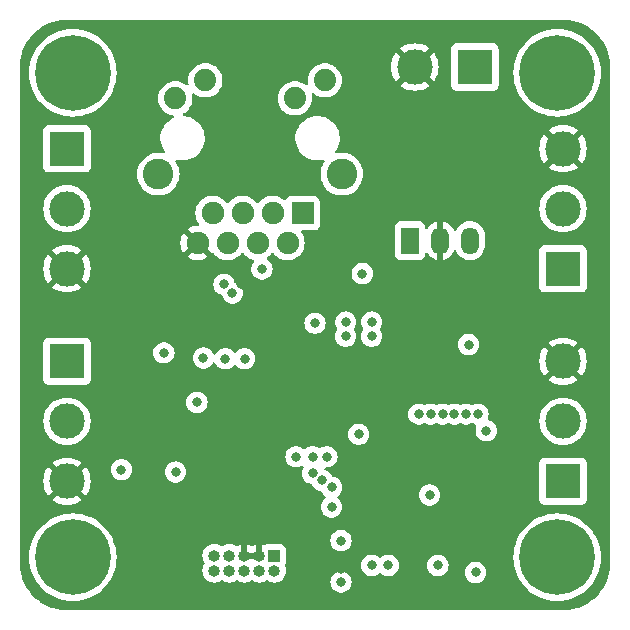
<source format=gbr>
%TF.GenerationSoftware,KiCad,Pcbnew,7.0.6*%
%TF.CreationDate,2024-06-28T04:54:33+09:00*%
%TF.ProjectId,artnet-neopixel,6172746e-6574-42d6-9e65-6f706978656c,rev?*%
%TF.SameCoordinates,Original*%
%TF.FileFunction,Copper,L2,Inr*%
%TF.FilePolarity,Positive*%
%FSLAX46Y46*%
G04 Gerber Fmt 4.6, Leading zero omitted, Abs format (unit mm)*
G04 Created by KiCad (PCBNEW 7.0.6) date 2024-06-28 04:54:33*
%MOMM*%
%LPD*%
G01*
G04 APERTURE LIST*
%TA.AperFunction,ComponentPad*%
%ADD10C,1.890000*%
%TD*%
%TA.AperFunction,ComponentPad*%
%ADD11R,1.900000X1.900000*%
%TD*%
%TA.AperFunction,ComponentPad*%
%ADD12C,1.900000*%
%TD*%
%TA.AperFunction,ComponentPad*%
%ADD13C,2.600000*%
%TD*%
%TA.AperFunction,ComponentPad*%
%ADD14R,3.000000X3.000000*%
%TD*%
%TA.AperFunction,ComponentPad*%
%ADD15C,3.000000*%
%TD*%
%TA.AperFunction,ComponentPad*%
%ADD16R,1.500000X2.300000*%
%TD*%
%TA.AperFunction,ComponentPad*%
%ADD17O,1.500000X2.300000*%
%TD*%
%TA.AperFunction,ComponentPad*%
%ADD18C,6.400000*%
%TD*%
%TA.AperFunction,ComponentPad*%
%ADD19R,1.000000X1.000000*%
%TD*%
%TA.AperFunction,ComponentPad*%
%ADD20O,1.000000X1.000000*%
%TD*%
%TA.AperFunction,ViaPad*%
%ADD21C,0.800000*%
%TD*%
G04 APERTURE END LIST*
D10*
%TO.N,+3.3V*%
%TO.C,J7*%
X63175000Y-56650000D03*
%TO.N,Net-(J7-LEDY_K)*%
X65715000Y-55130000D03*
%TO.N,Net-(J7-LEDG_K)*%
X73285000Y-56650000D03*
%TO.N,+3.3V*%
X75825000Y-55130000D03*
D11*
%TO.N,Net-(J7-TD+)*%
X73945000Y-66370000D03*
D12*
%TO.N,Net-(J7-TD-)*%
X72675000Y-68910000D03*
%TO.N,Net-(J7-RD+)*%
X71405000Y-66370000D03*
%TO.N,Net-(J7-TCT)*%
X70135000Y-68910000D03*
%TO.N,Net-(J7-RCT)*%
X68865000Y-66370000D03*
%TO.N,Net-(J7-RD-)*%
X67595000Y-68910000D03*
%TO.N,unconnected-(J7-NC-PadR7)*%
X66325000Y-66370000D03*
%TO.N,GND*%
X65055000Y-68910000D03*
D13*
%TO.N,unconnected-(J7-SHIELD-PadSH)*%
X77275000Y-63080000D03*
X61725000Y-63080000D03*
%TD*%
D14*
%TO.N,+24V*%
%TO.C,J1*%
X88540000Y-54000000D03*
D15*
%TO.N,GND*%
X83460000Y-54000000D03*
%TD*%
D14*
%TO.N,+24V*%
%TO.C,J4*%
X96000000Y-89080000D03*
D15*
%TO.N,Net-(IC1-A6)*%
X96000000Y-84000000D03*
%TO.N,GND*%
X96000000Y-78920000D03*
%TD*%
D14*
%TO.N,+24V*%
%TO.C,J3*%
X96000000Y-71080000D03*
D15*
%TO.N,Net-(IC1-A5)*%
X96000000Y-66000000D03*
%TO.N,GND*%
X96000000Y-60920000D03*
%TD*%
D16*
%TO.N,Net-(D1-K)*%
%TO.C,U1*%
X83053000Y-68707500D03*
D17*
%TO.N,GND*%
X85593000Y-68707500D03*
%TO.N,+5V*%
X88133000Y-68707500D03*
%TD*%
D18*
%TO.N,N/C*%
%TO.C,H1*%
X54500000Y-54500000D03*
%TD*%
D19*
%TO.N,+3.3V*%
%TO.C,J2*%
X71550000Y-95375000D03*
D20*
%TO.N,SWDIO*%
X71550000Y-96645000D03*
%TO.N,GND*%
X70280000Y-95375000D03*
%TO.N,SWCLK*%
X70280000Y-96645000D03*
%TO.N,GND*%
X69010000Y-95375000D03*
%TO.N,unconnected-(J2-Pin_6-Pad6)*%
X69010000Y-96645000D03*
%TO.N,unconnected-(J2-Pin_7-Pad7)*%
X67740000Y-95375000D03*
%TO.N,unconnected-(J2-Pin_8-Pad8)*%
X67740000Y-96645000D03*
%TO.N,unconnected-(J2-Pin_9-Pad9)*%
X66470000Y-95375000D03*
%TO.N,NRST*%
X66470000Y-96645000D03*
%TD*%
D18*
%TO.N,N/C*%
%TO.C,H4*%
X95500000Y-95500000D03*
%TD*%
%TO.N,N/C*%
%TO.C,H3*%
X54500000Y-95500000D03*
%TD*%
%TO.N,N/C*%
%TO.C,H2*%
X95500000Y-54500000D03*
%TD*%
D14*
%TO.N,+24V*%
%TO.C,J5*%
X54000000Y-78920000D03*
D15*
%TO.N,Net-(IC1-A7)*%
X54000000Y-84000000D03*
%TO.N,GND*%
X54000000Y-89080000D03*
%TD*%
D14*
%TO.N,+24V*%
%TO.C,J6*%
X54000000Y-60920000D03*
D15*
%TO.N,Net-(IC1-A8)*%
X54000000Y-66000000D03*
%TO.N,GND*%
X54000000Y-71080000D03*
%TD*%
D21*
%TO.N,+3.3V*%
X79000000Y-71500000D03*
%TO.N,GND*%
X67800000Y-81400000D03*
X60125000Y-96000000D03*
X68199972Y-75599972D03*
X91000000Y-84800000D03*
X77200000Y-96500000D03*
X61400000Y-85300000D03*
X84600000Y-82000000D03*
X68700000Y-72400000D03*
X80800000Y-78000000D03*
X85400000Y-97600000D03*
X76800000Y-72700016D03*
X62100000Y-89800000D03*
X76200000Y-84200000D03*
X91400000Y-95800000D03*
X82000000Y-90500000D03*
X71500000Y-73000000D03*
X64500006Y-73000000D03*
X62600000Y-50500000D03*
X72300000Y-89800000D03*
%TO.N,NRST*%
X77200000Y-97600000D03*
X84700000Y-90250000D03*
%TO.N,+3.3V*%
X75000000Y-75700000D03*
X88600000Y-96800000D03*
X67400000Y-78700000D03*
X78700019Y-85099981D03*
X88000000Y-77500000D03*
X77200000Y-94100000D03*
X67300044Y-72400000D03*
X65000000Y-82400000D03*
X89499990Y-84800000D03*
X69050000Y-78700000D03*
X85400000Y-96200020D03*
X65549967Y-78650049D03*
X63200000Y-88300000D03*
X62200000Y-78200000D03*
%TO.N,Net-(J7-RD+)*%
X70500000Y-71100000D03*
%TO.N,Net-(J7-RCT)*%
X68000000Y-73150003D03*
%TO.N,SCLK*%
X73400008Y-87000000D03*
X74799936Y-88400000D03*
%TO.N,MISO*%
X75600000Y-89000000D03*
X74800000Y-87000000D03*
%TO.N,RUN_LED*%
X76400000Y-91250000D03*
X58600000Y-88100000D03*
%TO.N,Net-(IC1-A5)*%
X79800000Y-75600000D03*
%TO.N,Net-(IC1-A6)*%
X79800000Y-76800000D03*
%TO.N,Net-(IC1-A7)*%
X77600000Y-76800000D03*
%TO.N,Net-(IC1-A8)*%
X77600000Y-75599992D03*
%TO.N,MOSI*%
X76400000Y-89600000D03*
X76000000Y-87000000D03*
%TO.N,JP1*%
X88800000Y-83400000D03*
%TO.N,JP2*%
X87800000Y-83400000D03*
%TO.N,JP3*%
X86800000Y-83400000D03*
%TO.N,JP4*%
X85800000Y-83400000D03*
%TO.N,JP5*%
X84800000Y-83400000D03*
%TO.N,JP6*%
X83800000Y-83400000D03*
%TO.N,JP7*%
X79800000Y-96200000D03*
%TO.N,JP8*%
X81200000Y-96200000D03*
%TD*%
%TA.AperFunction,Conductor*%
%TO.N,GND*%
G36*
X96001423Y-50000566D02*
G01*
X96040986Y-50002394D01*
X96172950Y-50008495D01*
X96372549Y-50018302D01*
X96378048Y-50018819D01*
X96563357Y-50044668D01*
X96749828Y-50072329D01*
X96754871Y-50073294D01*
X96939341Y-50116681D01*
X97120221Y-50161989D01*
X97124797Y-50163327D01*
X97305568Y-50223916D01*
X97480339Y-50286450D01*
X97484471Y-50288100D01*
X97542986Y-50313936D01*
X97659474Y-50365370D01*
X97826973Y-50444592D01*
X97830601Y-50446457D01*
X97998128Y-50539770D01*
X97998142Y-50539778D01*
X98156964Y-50634972D01*
X98160119Y-50636996D01*
X98318603Y-50745559D01*
X98467377Y-50855897D01*
X98470001Y-50857957D01*
X98618027Y-50980876D01*
X98755321Y-51105314D01*
X98757514Y-51107402D01*
X98892596Y-51242484D01*
X98894695Y-51244688D01*
X99019129Y-51381980D01*
X99142034Y-51529989D01*
X99144109Y-51532632D01*
X99254443Y-51681400D01*
X99363002Y-51839879D01*
X99365032Y-51843044D01*
X99460221Y-52001857D01*
X99553527Y-52169371D01*
X99555410Y-52173034D01*
X99634638Y-52340547D01*
X99711899Y-52515527D01*
X99713558Y-52519685D01*
X99776093Y-52694459D01*
X99836662Y-52875173D01*
X99838018Y-52879812D01*
X99883317Y-53060654D01*
X99926696Y-53245090D01*
X99927672Y-53250189D01*
X99955337Y-53436689D01*
X99981177Y-53621933D01*
X99981697Y-53627459D01*
X99991512Y-53827238D01*
X99999434Y-53998575D01*
X99999500Y-54001439D01*
X99999500Y-95998560D01*
X99999434Y-96001424D01*
X99991512Y-96172761D01*
X99981697Y-96372539D01*
X99981177Y-96378065D01*
X99955337Y-96563310D01*
X99927672Y-96749809D01*
X99926696Y-96754908D01*
X99883317Y-96939345D01*
X99838018Y-97120186D01*
X99836662Y-97124825D01*
X99776093Y-97305540D01*
X99713557Y-97480314D01*
X99711899Y-97484470D01*
X99634638Y-97659452D01*
X99555410Y-97826964D01*
X99553527Y-97830627D01*
X99460221Y-97998142D01*
X99365032Y-98156954D01*
X99363002Y-98160118D01*
X99254437Y-98318608D01*
X99144121Y-98467350D01*
X99142021Y-98470025D01*
X99019132Y-98618016D01*
X98894695Y-98755310D01*
X98892596Y-98757514D01*
X98757514Y-98892596D01*
X98755310Y-98894695D01*
X98618016Y-99019132D01*
X98470025Y-99142021D01*
X98467350Y-99144121D01*
X98318608Y-99254437D01*
X98160118Y-99363002D01*
X98156954Y-99365032D01*
X97998142Y-99460221D01*
X97830627Y-99553527D01*
X97826964Y-99555410D01*
X97659452Y-99634638D01*
X97484470Y-99711899D01*
X97480314Y-99713557D01*
X97305540Y-99776093D01*
X97124825Y-99836662D01*
X97120186Y-99838018D01*
X96939345Y-99883317D01*
X96754908Y-99926696D01*
X96749809Y-99927672D01*
X96563310Y-99955337D01*
X96378065Y-99981177D01*
X96372539Y-99981697D01*
X96172761Y-99991512D01*
X96001424Y-99999434D01*
X95998560Y-99999500D01*
X54001440Y-99999500D01*
X53998576Y-99999434D01*
X53827238Y-99991512D01*
X53627459Y-99981697D01*
X53621933Y-99981177D01*
X53436689Y-99955337D01*
X53250189Y-99927672D01*
X53245090Y-99926696D01*
X53060654Y-99883317D01*
X52879812Y-99838018D01*
X52875173Y-99836662D01*
X52694459Y-99776093D01*
X52519685Y-99713558D01*
X52515527Y-99711899D01*
X52340547Y-99634638D01*
X52173034Y-99555410D01*
X52169371Y-99553527D01*
X52001857Y-99460221D01*
X51843044Y-99365032D01*
X51839879Y-99363002D01*
X51730371Y-99287989D01*
X51681392Y-99254437D01*
X51532632Y-99144109D01*
X51529989Y-99142034D01*
X51381980Y-99019129D01*
X51244688Y-98894695D01*
X51242484Y-98892596D01*
X51107402Y-98757514D01*
X51105314Y-98755321D01*
X50980867Y-98618016D01*
X50857957Y-98470001D01*
X50855897Y-98467377D01*
X50745559Y-98318603D01*
X50636995Y-98160118D01*
X50634966Y-98156954D01*
X50620137Y-98132214D01*
X50539778Y-97998142D01*
X50529403Y-97979516D01*
X50446457Y-97830601D01*
X50444588Y-97826964D01*
X50365361Y-97659452D01*
X50288100Y-97484471D01*
X50286450Y-97480339D01*
X50223906Y-97305540D01*
X50163327Y-97124797D01*
X50161989Y-97120221D01*
X50116675Y-96939315D01*
X50111402Y-96916895D01*
X50073294Y-96754871D01*
X50072329Y-96749828D01*
X50044662Y-96563310D01*
X50018819Y-96378048D01*
X50018302Y-96372549D01*
X50008487Y-96172761D01*
X50000566Y-96001423D01*
X50000500Y-95998560D01*
X50000500Y-95500000D01*
X50794422Y-95500000D01*
X50814722Y-95887339D01*
X50875397Y-96270427D01*
X50875397Y-96270429D01*
X50975788Y-96645094D01*
X51114787Y-97007197D01*
X51290877Y-97352793D01*
X51502122Y-97678082D01*
X51591342Y-97788259D01*
X51746219Y-97979516D01*
X52020484Y-98253781D01*
X52020488Y-98253784D01*
X52321917Y-98497877D01*
X52506915Y-98618016D01*
X52647211Y-98709125D01*
X52992806Y-98885214D01*
X53354913Y-99024214D01*
X53729567Y-99124602D01*
X54112662Y-99185278D01*
X54478576Y-99204455D01*
X54499999Y-99205578D01*
X54500000Y-99205578D01*
X54500001Y-99205578D01*
X54520300Y-99204514D01*
X54887338Y-99185278D01*
X55270433Y-99124602D01*
X55645087Y-99024214D01*
X56007194Y-98885214D01*
X56352789Y-98709125D01*
X56678084Y-98497876D01*
X56979516Y-98253781D01*
X57253781Y-97979516D01*
X57497876Y-97678084D01*
X57709125Y-97352789D01*
X57885214Y-97007194D01*
X58024214Y-96645087D01*
X58024237Y-96645000D01*
X65464659Y-96645000D01*
X65483975Y-96841129D01*
X65541188Y-97029733D01*
X65634086Y-97203532D01*
X65634090Y-97203539D01*
X65759116Y-97355883D01*
X65911460Y-97480909D01*
X65911467Y-97480913D01*
X66085266Y-97573811D01*
X66085269Y-97573811D01*
X66085273Y-97573814D01*
X66273868Y-97631024D01*
X66470000Y-97650341D01*
X66666132Y-97631024D01*
X66854727Y-97573814D01*
X67028538Y-97480910D01*
X67028544Y-97480904D01*
X67033607Y-97477523D01*
X67034703Y-97479164D01*
X67090639Y-97455405D01*
X67159507Y-97467194D01*
X67176148Y-97477888D01*
X67176393Y-97477523D01*
X67181458Y-97480907D01*
X67181462Y-97480910D01*
X67355273Y-97573814D01*
X67543868Y-97631024D01*
X67740000Y-97650341D01*
X67936132Y-97631024D01*
X68124727Y-97573814D01*
X68298538Y-97480910D01*
X68298544Y-97480904D01*
X68303607Y-97477523D01*
X68304703Y-97479164D01*
X68360639Y-97455405D01*
X68429507Y-97467194D01*
X68446148Y-97477888D01*
X68446393Y-97477523D01*
X68451458Y-97480907D01*
X68451462Y-97480910D01*
X68625273Y-97573814D01*
X68813868Y-97631024D01*
X69010000Y-97650341D01*
X69206132Y-97631024D01*
X69394727Y-97573814D01*
X69568538Y-97480910D01*
X69568544Y-97480904D01*
X69573607Y-97477523D01*
X69574703Y-97479164D01*
X69630639Y-97455405D01*
X69699507Y-97467194D01*
X69716148Y-97477888D01*
X69716393Y-97477523D01*
X69721458Y-97480907D01*
X69721462Y-97480910D01*
X69895273Y-97573814D01*
X70083868Y-97631024D01*
X70280000Y-97650341D01*
X70476132Y-97631024D01*
X70664727Y-97573814D01*
X70838538Y-97480910D01*
X70838544Y-97480904D01*
X70843607Y-97477523D01*
X70844703Y-97479164D01*
X70900639Y-97455405D01*
X70969507Y-97467194D01*
X70986148Y-97477888D01*
X70986393Y-97477523D01*
X70991458Y-97480907D01*
X70991462Y-97480910D01*
X71165273Y-97573814D01*
X71353868Y-97631024D01*
X71550000Y-97650341D01*
X71746132Y-97631024D01*
X71848404Y-97600000D01*
X76294540Y-97600000D01*
X76314326Y-97788256D01*
X76314327Y-97788259D01*
X76372818Y-97968277D01*
X76372821Y-97968284D01*
X76467467Y-98132216D01*
X76576921Y-98253777D01*
X76594129Y-98272888D01*
X76747265Y-98384148D01*
X76747270Y-98384151D01*
X76920192Y-98461142D01*
X76920197Y-98461144D01*
X77105354Y-98500500D01*
X77105355Y-98500500D01*
X77294644Y-98500500D01*
X77294646Y-98500500D01*
X77479803Y-98461144D01*
X77652730Y-98384151D01*
X77805871Y-98272888D01*
X77932533Y-98132216D01*
X78027179Y-97968284D01*
X78085674Y-97788256D01*
X78105460Y-97600000D01*
X78085674Y-97411744D01*
X78027179Y-97231716D01*
X77932533Y-97067784D01*
X77805871Y-96927112D01*
X77805870Y-96927111D01*
X77652734Y-96815851D01*
X77652729Y-96815848D01*
X77479807Y-96738857D01*
X77479802Y-96738855D01*
X77334001Y-96707865D01*
X77294646Y-96699500D01*
X77105354Y-96699500D01*
X77072897Y-96706398D01*
X76920197Y-96738855D01*
X76920192Y-96738857D01*
X76747270Y-96815848D01*
X76747265Y-96815851D01*
X76594129Y-96927111D01*
X76467466Y-97067785D01*
X76372821Y-97231715D01*
X76372818Y-97231722D01*
X76333480Y-97352793D01*
X76314326Y-97411744D01*
X76294540Y-97600000D01*
X71848404Y-97600000D01*
X71934727Y-97573814D01*
X72108538Y-97480910D01*
X72260883Y-97355883D01*
X72385910Y-97203538D01*
X72478814Y-97029727D01*
X72536024Y-96841132D01*
X72555341Y-96645000D01*
X72536024Y-96448868D01*
X72478814Y-96260273D01*
X72477677Y-96258146D01*
X72477418Y-96256904D01*
X72476483Y-96254645D01*
X72476911Y-96254467D01*
X72465570Y-96200000D01*
X78894540Y-96200000D01*
X78914326Y-96388256D01*
X78914333Y-96388279D01*
X78972818Y-96568277D01*
X78972821Y-96568284D01*
X79067467Y-96732216D01*
X79191349Y-96869800D01*
X79194129Y-96872888D01*
X79347265Y-96984148D01*
X79347270Y-96984151D01*
X79520192Y-97061142D01*
X79520197Y-97061144D01*
X79705354Y-97100500D01*
X79705355Y-97100500D01*
X79894644Y-97100500D01*
X79894646Y-97100500D01*
X80079803Y-97061144D01*
X80252730Y-96984151D01*
X80405871Y-96872888D01*
X80407841Y-96870699D01*
X80409300Y-96869800D01*
X80410706Y-96868535D01*
X80410937Y-96868791D01*
X80467325Y-96834045D01*
X80537182Y-96835369D01*
X80589111Y-96868737D01*
X80589294Y-96868535D01*
X80590532Y-96869650D01*
X80592143Y-96870685D01*
X80594117Y-96872877D01*
X80594130Y-96872889D01*
X80747265Y-96984148D01*
X80747270Y-96984151D01*
X80920192Y-97061142D01*
X80920197Y-97061144D01*
X81105354Y-97100500D01*
X81105355Y-97100500D01*
X81294644Y-97100500D01*
X81294646Y-97100500D01*
X81479803Y-97061144D01*
X81652730Y-96984151D01*
X81805871Y-96872888D01*
X81932533Y-96732216D01*
X82027179Y-96568284D01*
X82085674Y-96388256D01*
X82105458Y-96200020D01*
X84494540Y-96200020D01*
X84514326Y-96388276D01*
X84514327Y-96388279D01*
X84572818Y-96568297D01*
X84572821Y-96568304D01*
X84667467Y-96732236D01*
X84760329Y-96835369D01*
X84794129Y-96872908D01*
X84947265Y-96984168D01*
X84947270Y-96984171D01*
X85120192Y-97061162D01*
X85120197Y-97061164D01*
X85305354Y-97100520D01*
X85305355Y-97100520D01*
X85494644Y-97100520D01*
X85494646Y-97100520D01*
X85679803Y-97061164D01*
X85852730Y-96984171D01*
X86005871Y-96872908D01*
X86071518Y-96800000D01*
X87694540Y-96800000D01*
X87714326Y-96988256D01*
X87714327Y-96988259D01*
X87772818Y-97168277D01*
X87772821Y-97168284D01*
X87867467Y-97332216D01*
X87939071Y-97411740D01*
X87994129Y-97472888D01*
X88147265Y-97584148D01*
X88147270Y-97584151D01*
X88320192Y-97661142D01*
X88320197Y-97661144D01*
X88505354Y-97700500D01*
X88505355Y-97700500D01*
X88694644Y-97700500D01*
X88694646Y-97700500D01*
X88879803Y-97661144D01*
X89052730Y-97584151D01*
X89205871Y-97472888D01*
X89332533Y-97332216D01*
X89427179Y-97168284D01*
X89485674Y-96988256D01*
X89505460Y-96800000D01*
X89485674Y-96611744D01*
X89427179Y-96431716D01*
X89332533Y-96267784D01*
X89205871Y-96127112D01*
X89203486Y-96125379D01*
X89052734Y-96015851D01*
X89052729Y-96015848D01*
X88879807Y-95938857D01*
X88879802Y-95938855D01*
X88734001Y-95907865D01*
X88694646Y-95899500D01*
X88505354Y-95899500D01*
X88472897Y-95906398D01*
X88320197Y-95938855D01*
X88320192Y-95938857D01*
X88147270Y-96015848D01*
X88147265Y-96015851D01*
X87994129Y-96127111D01*
X87867466Y-96267785D01*
X87772821Y-96431715D01*
X87772818Y-96431722D01*
X87714327Y-96611740D01*
X87714326Y-96611744D01*
X87694540Y-96800000D01*
X86071518Y-96800000D01*
X86132533Y-96732236D01*
X86227179Y-96568304D01*
X86285674Y-96388276D01*
X86305460Y-96200020D01*
X86285674Y-96011764D01*
X86227179Y-95831736D01*
X86132533Y-95667804D01*
X86005871Y-95527132D01*
X86005870Y-95527131D01*
X85968527Y-95500000D01*
X91794422Y-95500000D01*
X91814722Y-95887339D01*
X91875397Y-96270427D01*
X91875397Y-96270429D01*
X91975788Y-96645094D01*
X92114787Y-97007197D01*
X92290877Y-97352793D01*
X92502122Y-97678082D01*
X92591342Y-97788259D01*
X92746219Y-97979516D01*
X93020484Y-98253781D01*
X93020488Y-98253784D01*
X93321917Y-98497877D01*
X93506915Y-98618016D01*
X93647211Y-98709125D01*
X93992806Y-98885214D01*
X94354913Y-99024214D01*
X94729567Y-99124602D01*
X95112662Y-99185278D01*
X95478576Y-99204455D01*
X95499999Y-99205578D01*
X95500000Y-99205578D01*
X95500001Y-99205578D01*
X95520301Y-99204514D01*
X95887338Y-99185278D01*
X96270433Y-99124602D01*
X96645087Y-99024214D01*
X97007194Y-98885214D01*
X97352789Y-98709125D01*
X97678084Y-98497876D01*
X97979516Y-98253781D01*
X98253781Y-97979516D01*
X98497876Y-97678084D01*
X98709125Y-97352789D01*
X98885214Y-97007194D01*
X99024214Y-96645087D01*
X99124602Y-96270433D01*
X99185278Y-95887338D01*
X99205578Y-95500000D01*
X99185278Y-95112662D01*
X99124602Y-94729567D01*
X99024214Y-94354913D01*
X98885214Y-93992806D01*
X98709125Y-93647211D01*
X98566191Y-93427112D01*
X98497877Y-93321917D01*
X98253784Y-93020488D01*
X98253781Y-93020484D01*
X97979516Y-92746219D01*
X97678084Y-92502124D01*
X97678082Y-92502122D01*
X97352793Y-92290877D01*
X97007197Y-92114787D01*
X96645094Y-91975788D01*
X96645087Y-91975786D01*
X96270433Y-91875398D01*
X96270429Y-91875397D01*
X96270428Y-91875397D01*
X95887339Y-91814722D01*
X95500001Y-91794422D01*
X95499999Y-91794422D01*
X95112660Y-91814722D01*
X94729572Y-91875397D01*
X94729570Y-91875397D01*
X94354905Y-91975788D01*
X93992802Y-92114787D01*
X93647206Y-92290877D01*
X93321917Y-92502122D01*
X93020488Y-92746215D01*
X93020480Y-92746222D01*
X92746222Y-93020480D01*
X92746215Y-93020488D01*
X92502122Y-93321917D01*
X92290877Y-93647206D01*
X92114787Y-93992802D01*
X91975788Y-94354905D01*
X91875397Y-94729570D01*
X91875397Y-94729572D01*
X91814722Y-95112660D01*
X91794422Y-95499999D01*
X91794422Y-95500000D01*
X85968527Y-95500000D01*
X85852734Y-95415871D01*
X85852729Y-95415868D01*
X85679807Y-95338877D01*
X85679802Y-95338875D01*
X85534001Y-95307885D01*
X85494646Y-95299520D01*
X85305354Y-95299520D01*
X85272897Y-95306418D01*
X85120197Y-95338875D01*
X85120192Y-95338877D01*
X84947270Y-95415868D01*
X84947265Y-95415871D01*
X84794129Y-95527131D01*
X84667466Y-95667805D01*
X84572821Y-95831735D01*
X84572818Y-95831742D01*
X84514332Y-96011744D01*
X84514326Y-96011764D01*
X84494540Y-96200020D01*
X82105458Y-96200020D01*
X82105460Y-96200000D01*
X82085674Y-96011744D01*
X82027187Y-95831742D01*
X82027181Y-95831722D01*
X82027180Y-95831721D01*
X82027179Y-95831716D01*
X81932533Y-95667784D01*
X81805871Y-95527112D01*
X81769931Y-95501000D01*
X81652734Y-95415851D01*
X81652729Y-95415848D01*
X81479807Y-95338857D01*
X81479802Y-95338855D01*
X81334001Y-95307865D01*
X81294646Y-95299500D01*
X81105354Y-95299500D01*
X81072897Y-95306398D01*
X80920197Y-95338855D01*
X80920192Y-95338857D01*
X80747270Y-95415848D01*
X80747265Y-95415851D01*
X80594135Y-95527106D01*
X80594122Y-95527117D01*
X80592144Y-95529315D01*
X80590683Y-95530214D01*
X80589305Y-95531456D01*
X80589077Y-95531203D01*
X80532655Y-95565960D01*
X80462798Y-95564625D01*
X80410875Y-95531255D01*
X80410695Y-95531456D01*
X80409467Y-95530350D01*
X80407856Y-95529315D01*
X80405877Y-95527117D01*
X80405864Y-95527106D01*
X80252734Y-95415851D01*
X80252729Y-95415848D01*
X80079807Y-95338857D01*
X80079802Y-95338855D01*
X79934000Y-95307865D01*
X79894646Y-95299500D01*
X79705354Y-95299500D01*
X79672897Y-95306398D01*
X79520197Y-95338855D01*
X79520192Y-95338857D01*
X79347270Y-95415848D01*
X79347265Y-95415851D01*
X79194129Y-95527111D01*
X79067466Y-95667785D01*
X78972821Y-95831715D01*
X78972818Y-95831722D01*
X78914327Y-96011740D01*
X78914326Y-96011744D01*
X78894540Y-96200000D01*
X72465570Y-96200000D01*
X72463435Y-96189746D01*
X72487771Y-96125379D01*
X72493796Y-96117331D01*
X72544091Y-95982483D01*
X72550500Y-95922873D01*
X72550499Y-94827128D01*
X72544091Y-94767517D01*
X72529938Y-94729572D01*
X72493797Y-94632671D01*
X72493793Y-94632664D01*
X72407547Y-94517455D01*
X72407544Y-94517452D01*
X72292335Y-94431206D01*
X72292328Y-94431202D01*
X72157482Y-94380908D01*
X72157483Y-94380908D01*
X72097883Y-94374501D01*
X72097881Y-94374500D01*
X72097873Y-94374500D01*
X72097864Y-94374500D01*
X71002129Y-94374500D01*
X71002123Y-94374501D01*
X70942516Y-94380908D01*
X70807671Y-94431202D01*
X70807666Y-94431205D01*
X70799172Y-94437564D01*
X70733707Y-94461979D01*
X70670363Y-94448493D01*
X70670162Y-94448981D01*
X70667526Y-94447889D01*
X70666407Y-94447651D01*
X70664537Y-94446651D01*
X70530000Y-94405839D01*
X70530000Y-95167327D01*
X70492129Y-95122195D01*
X70392871Y-95064888D01*
X70308436Y-95050000D01*
X70251564Y-95050000D01*
X70167129Y-95064888D01*
X70067871Y-95122195D01*
X69994199Y-95209993D01*
X69955000Y-95317694D01*
X69955000Y-95432306D01*
X69994199Y-95540007D01*
X70065517Y-95625000D01*
X69224483Y-95625000D01*
X69295801Y-95540007D01*
X69335000Y-95432306D01*
X69335000Y-95317694D01*
X69295801Y-95209993D01*
X69224483Y-95125000D01*
X69260000Y-95125000D01*
X70030000Y-95125000D01*
X70030000Y-94405839D01*
X70029999Y-94405839D01*
X69895458Y-94446652D01*
X69721746Y-94539503D01*
X69716678Y-94542890D01*
X69715641Y-94541338D01*
X69659339Y-94565242D01*
X69590473Y-94553442D01*
X69573541Y-94542560D01*
X69573322Y-94542890D01*
X69568253Y-94539503D01*
X69394541Y-94446652D01*
X69260000Y-94405839D01*
X69260000Y-95125000D01*
X69224483Y-95125000D01*
X69222129Y-95122195D01*
X69122871Y-95064888D01*
X69038436Y-95050000D01*
X68981564Y-95050000D01*
X68897129Y-95064888D01*
X68797871Y-95122195D01*
X68760000Y-95167327D01*
X68760000Y-94405839D01*
X68759999Y-94405839D01*
X68625458Y-94446652D01*
X68451742Y-94539505D01*
X68446673Y-94542893D01*
X68445556Y-94541221D01*
X68389715Y-94564921D01*
X68320851Y-94553111D01*
X68303811Y-94542158D01*
X68303601Y-94542473D01*
X68298532Y-94539086D01*
X68124733Y-94446188D01*
X68124727Y-94446186D01*
X67936132Y-94388976D01*
X67936129Y-94388975D01*
X67740000Y-94369659D01*
X67543870Y-94388975D01*
X67355266Y-94446188D01*
X67181467Y-94539086D01*
X67176399Y-94542473D01*
X67175305Y-94540836D01*
X67119337Y-94564596D01*
X67050471Y-94552795D01*
X67033843Y-94542109D01*
X67033601Y-94542473D01*
X67028532Y-94539086D01*
X66854733Y-94446188D01*
X66854727Y-94446186D01*
X66666132Y-94388976D01*
X66666129Y-94388975D01*
X66470000Y-94369659D01*
X66273870Y-94388975D01*
X66085266Y-94446188D01*
X65911467Y-94539086D01*
X65911460Y-94539090D01*
X65759116Y-94664116D01*
X65634090Y-94816460D01*
X65634086Y-94816467D01*
X65541188Y-94990266D01*
X65483975Y-95178870D01*
X65464659Y-95375000D01*
X65483975Y-95571129D01*
X65483976Y-95571132D01*
X65522226Y-95697226D01*
X65541188Y-95759733D01*
X65634086Y-95933532D01*
X65637473Y-95938601D01*
X65635836Y-95939694D01*
X65659596Y-95995663D01*
X65647795Y-96064529D01*
X65637109Y-96081156D01*
X65637473Y-96081399D01*
X65634086Y-96086467D01*
X65541188Y-96260266D01*
X65483975Y-96448870D01*
X65464659Y-96645000D01*
X58024237Y-96645000D01*
X58124602Y-96270433D01*
X58185278Y-95887338D01*
X58205578Y-95500000D01*
X58185278Y-95112662D01*
X58124602Y-94729567D01*
X58024214Y-94354913D01*
X57926362Y-94100000D01*
X76294540Y-94100000D01*
X76314326Y-94288256D01*
X76314327Y-94288259D01*
X76372818Y-94468277D01*
X76372821Y-94468284D01*
X76467467Y-94632216D01*
X76555125Y-94729570D01*
X76594129Y-94772888D01*
X76747265Y-94884148D01*
X76747270Y-94884151D01*
X76920192Y-94961142D01*
X76920197Y-94961144D01*
X77105354Y-95000500D01*
X77105355Y-95000500D01*
X77294644Y-95000500D01*
X77294646Y-95000500D01*
X77479803Y-94961144D01*
X77652730Y-94884151D01*
X77805871Y-94772888D01*
X77932533Y-94632216D01*
X78027179Y-94468284D01*
X78085674Y-94288256D01*
X78105460Y-94100000D01*
X78085674Y-93911744D01*
X78027179Y-93731716D01*
X77932533Y-93567784D01*
X77805871Y-93427112D01*
X77805870Y-93427111D01*
X77652734Y-93315851D01*
X77652729Y-93315848D01*
X77479807Y-93238857D01*
X77479802Y-93238855D01*
X77334000Y-93207865D01*
X77294646Y-93199500D01*
X77105354Y-93199500D01*
X77072897Y-93206398D01*
X76920197Y-93238855D01*
X76920192Y-93238857D01*
X76747270Y-93315848D01*
X76747265Y-93315851D01*
X76594129Y-93427111D01*
X76467466Y-93567785D01*
X76372821Y-93731715D01*
X76372818Y-93731722D01*
X76314327Y-93911740D01*
X76314326Y-93911744D01*
X76294540Y-94100000D01*
X57926362Y-94100000D01*
X57885214Y-93992806D01*
X57709125Y-93647211D01*
X57566191Y-93427112D01*
X57497877Y-93321917D01*
X57253784Y-93020488D01*
X57253781Y-93020484D01*
X56979516Y-92746219D01*
X56678084Y-92502124D01*
X56678082Y-92502122D01*
X56352793Y-92290877D01*
X56007197Y-92114787D01*
X55645094Y-91975788D01*
X55645087Y-91975786D01*
X55270433Y-91875398D01*
X55270429Y-91875397D01*
X55270428Y-91875397D01*
X54887339Y-91814722D01*
X54500001Y-91794422D01*
X54499999Y-91794422D01*
X54112660Y-91814722D01*
X53729572Y-91875397D01*
X53729570Y-91875397D01*
X53354905Y-91975788D01*
X52992802Y-92114787D01*
X52647206Y-92290877D01*
X52321917Y-92502122D01*
X52020488Y-92746215D01*
X52020480Y-92746222D01*
X51746222Y-93020480D01*
X51746215Y-93020488D01*
X51502122Y-93321917D01*
X51290877Y-93647206D01*
X51114787Y-93992802D01*
X50975788Y-94354905D01*
X50875397Y-94729570D01*
X50875397Y-94729572D01*
X50814722Y-95112660D01*
X50794422Y-95499999D01*
X50794422Y-95500000D01*
X50000500Y-95500000D01*
X50000500Y-89080001D01*
X51994891Y-89080001D01*
X52015300Y-89365362D01*
X52076109Y-89644895D01*
X52176091Y-89912958D01*
X52313191Y-90164038D01*
X52313196Y-90164046D01*
X52419882Y-90306561D01*
X52419883Y-90306562D01*
X53315195Y-89411249D01*
X53337340Y-89462587D01*
X53443433Y-89605094D01*
X53579530Y-89719294D01*
X53669216Y-89764335D01*
X52773436Y-90660115D01*
X52915960Y-90766807D01*
X52915961Y-90766808D01*
X53167042Y-90903908D01*
X53167041Y-90903908D01*
X53435104Y-91003890D01*
X53714637Y-91064699D01*
X53999999Y-91085109D01*
X54000001Y-91085109D01*
X54285362Y-91064699D01*
X54564895Y-91003890D01*
X54832958Y-90903908D01*
X55084047Y-90766803D01*
X55226561Y-90660116D01*
X55226562Y-90660115D01*
X54333748Y-89767300D01*
X54343409Y-89763784D01*
X54491844Y-89666157D01*
X54613764Y-89536930D01*
X54685768Y-89412214D01*
X55580115Y-90306562D01*
X55580116Y-90306561D01*
X55686803Y-90164047D01*
X55823908Y-89912958D01*
X55923890Y-89644895D01*
X55984699Y-89365362D01*
X56005109Y-89080001D01*
X56005109Y-89079998D01*
X55984699Y-88794637D01*
X55923890Y-88515104D01*
X55823908Y-88247041D01*
X55743618Y-88100000D01*
X57694540Y-88100000D01*
X57714326Y-88288256D01*
X57714327Y-88288259D01*
X57772818Y-88468277D01*
X57772821Y-88468284D01*
X57867467Y-88632216D01*
X57963487Y-88738857D01*
X57994129Y-88772888D01*
X58147265Y-88884148D01*
X58147270Y-88884151D01*
X58320192Y-88961142D01*
X58320197Y-88961144D01*
X58505354Y-89000500D01*
X58505355Y-89000500D01*
X58694644Y-89000500D01*
X58694646Y-89000500D01*
X58879803Y-88961144D01*
X59052730Y-88884151D01*
X59205871Y-88772888D01*
X59332533Y-88632216D01*
X59427179Y-88468284D01*
X59481858Y-88300000D01*
X62294540Y-88300000D01*
X62314326Y-88488256D01*
X62314327Y-88488259D01*
X62372818Y-88668277D01*
X62372821Y-88668284D01*
X62467467Y-88832216D01*
X62583553Y-88961142D01*
X62594129Y-88972888D01*
X62747265Y-89084148D01*
X62747270Y-89084151D01*
X62920192Y-89161142D01*
X62920197Y-89161144D01*
X63105354Y-89200500D01*
X63105355Y-89200500D01*
X63294644Y-89200500D01*
X63294646Y-89200500D01*
X63479803Y-89161144D01*
X63652730Y-89084151D01*
X63805871Y-88972888D01*
X63932533Y-88832216D01*
X64027179Y-88668284D01*
X64085674Y-88488256D01*
X64105460Y-88300000D01*
X64085674Y-88111744D01*
X64027179Y-87931716D01*
X63932533Y-87767784D01*
X63805871Y-87627112D01*
X63805870Y-87627111D01*
X63652734Y-87515851D01*
X63652729Y-87515848D01*
X63479807Y-87438857D01*
X63479802Y-87438855D01*
X63334000Y-87407865D01*
X63294646Y-87399500D01*
X63105354Y-87399500D01*
X63072897Y-87406398D01*
X62920197Y-87438855D01*
X62920192Y-87438857D01*
X62747270Y-87515848D01*
X62747265Y-87515851D01*
X62594129Y-87627111D01*
X62467466Y-87767785D01*
X62372821Y-87931715D01*
X62372818Y-87931722D01*
X62320569Y-88092529D01*
X62314326Y-88111744D01*
X62294540Y-88300000D01*
X59481858Y-88300000D01*
X59485674Y-88288256D01*
X59505460Y-88100000D01*
X59485674Y-87911744D01*
X59427179Y-87731716D01*
X59332533Y-87567784D01*
X59205871Y-87427112D01*
X59205870Y-87427111D01*
X59052734Y-87315851D01*
X59052729Y-87315848D01*
X58879807Y-87238857D01*
X58879802Y-87238855D01*
X58734001Y-87207865D01*
X58694646Y-87199500D01*
X58505354Y-87199500D01*
X58472897Y-87206398D01*
X58320197Y-87238855D01*
X58320192Y-87238857D01*
X58147270Y-87315848D01*
X58147265Y-87315851D01*
X57994129Y-87427111D01*
X57867466Y-87567785D01*
X57772821Y-87731715D01*
X57772818Y-87731722D01*
X57717979Y-87900500D01*
X57714326Y-87911744D01*
X57694540Y-88100000D01*
X55743618Y-88100000D01*
X55686808Y-87995961D01*
X55686807Y-87995960D01*
X55580115Y-87853436D01*
X54684803Y-88748747D01*
X54662660Y-88697413D01*
X54556567Y-88554906D01*
X54420470Y-88440706D01*
X54330782Y-88395663D01*
X55226562Y-87499883D01*
X55226561Y-87499882D01*
X55084046Y-87393196D01*
X55084038Y-87393191D01*
X54832957Y-87256091D01*
X54832958Y-87256091D01*
X54564895Y-87156109D01*
X54285362Y-87095300D01*
X54000001Y-87074891D01*
X53999999Y-87074891D01*
X53714637Y-87095300D01*
X53435104Y-87156109D01*
X53167041Y-87256091D01*
X52915961Y-87393191D01*
X52915953Y-87393196D01*
X52773437Y-87499882D01*
X52773436Y-87499883D01*
X53666252Y-88392699D01*
X53656591Y-88396216D01*
X53508156Y-88493843D01*
X53386236Y-88623070D01*
X53314232Y-88747784D01*
X52419883Y-87853436D01*
X52419882Y-87853436D01*
X52313196Y-87995953D01*
X52313191Y-87995961D01*
X52176091Y-88247041D01*
X52076109Y-88515104D01*
X52015300Y-88794637D01*
X51994891Y-89079998D01*
X51994891Y-89080001D01*
X50000500Y-89080001D01*
X50000500Y-87000000D01*
X72494548Y-87000000D01*
X72514334Y-87188256D01*
X72514335Y-87188259D01*
X72572826Y-87368277D01*
X72572829Y-87368284D01*
X72667475Y-87532216D01*
X72752919Y-87627111D01*
X72794137Y-87672888D01*
X72947273Y-87784148D01*
X72947278Y-87784151D01*
X73120200Y-87861142D01*
X73120205Y-87861144D01*
X73305362Y-87900500D01*
X73305363Y-87900500D01*
X73494652Y-87900500D01*
X73494654Y-87900500D01*
X73679811Y-87861144D01*
X73852738Y-87784151D01*
X73852741Y-87784148D01*
X73858027Y-87781795D01*
X73927277Y-87772509D01*
X73990554Y-87802137D01*
X74027768Y-87861272D01*
X74027104Y-87931139D01*
X74015852Y-87957073D01*
X73972756Y-88031718D01*
X73972754Y-88031722D01*
X73914263Y-88211740D01*
X73914262Y-88211744D01*
X73894476Y-88400000D01*
X73914262Y-88588256D01*
X73914263Y-88588259D01*
X73972754Y-88768277D01*
X73972757Y-88768284D01*
X74067403Y-88932216D01*
X74160409Y-89035509D01*
X74194065Y-89072888D01*
X74347201Y-89184148D01*
X74347206Y-89184151D01*
X74520127Y-89261142D01*
X74520129Y-89261142D01*
X74520133Y-89261144D01*
X74684749Y-89296134D01*
X74746226Y-89329324D01*
X74769341Y-89362788D01*
X74769571Y-89362656D01*
X74771207Y-89365491D01*
X74772248Y-89366997D01*
X74772822Y-89368288D01*
X74867465Y-89532214D01*
X74994129Y-89672888D01*
X75147265Y-89784148D01*
X75147270Y-89784151D01*
X75320191Y-89861142D01*
X75320193Y-89861142D01*
X75320197Y-89861144D01*
X75484742Y-89896118D01*
X75546219Y-89929309D01*
X75569344Y-89962787D01*
X75569571Y-89962656D01*
X75571187Y-89965455D01*
X75572239Y-89966978D01*
X75572820Y-89968284D01*
X75667465Y-90132214D01*
X75794129Y-90272888D01*
X75865417Y-90324682D01*
X75908083Y-90380012D01*
X75914062Y-90449625D01*
X75881456Y-90511420D01*
X75865417Y-90525318D01*
X75794129Y-90577111D01*
X75667466Y-90717785D01*
X75572821Y-90881715D01*
X75572818Y-90881722D01*
X75514327Y-91061740D01*
X75514326Y-91061744D01*
X75494540Y-91250000D01*
X75514326Y-91438256D01*
X75514327Y-91438259D01*
X75572818Y-91618277D01*
X75572821Y-91618284D01*
X75667467Y-91782216D01*
X75696736Y-91814722D01*
X75794129Y-91922888D01*
X75947265Y-92034148D01*
X75947270Y-92034151D01*
X76120192Y-92111142D01*
X76120197Y-92111144D01*
X76305354Y-92150500D01*
X76305355Y-92150500D01*
X76494644Y-92150500D01*
X76494646Y-92150500D01*
X76679803Y-92111144D01*
X76852730Y-92034151D01*
X77005871Y-91922888D01*
X77132533Y-91782216D01*
X77227179Y-91618284D01*
X77285674Y-91438256D01*
X77305460Y-91250000D01*
X77285674Y-91061744D01*
X77227179Y-90881716D01*
X77132533Y-90717784D01*
X77005871Y-90577112D01*
X76934579Y-90525316D01*
X76891916Y-90469989D01*
X76885937Y-90400375D01*
X76918542Y-90338580D01*
X76934572Y-90324688D01*
X77005871Y-90272888D01*
X77026480Y-90250000D01*
X83794540Y-90250000D01*
X83814326Y-90438256D01*
X83814327Y-90438259D01*
X83872818Y-90618277D01*
X83872821Y-90618284D01*
X83967467Y-90782216D01*
X84057063Y-90881722D01*
X84094129Y-90922888D01*
X84247265Y-91034148D01*
X84247270Y-91034151D01*
X84420192Y-91111142D01*
X84420197Y-91111144D01*
X84605354Y-91150500D01*
X84605355Y-91150500D01*
X84794644Y-91150500D01*
X84794646Y-91150500D01*
X84979803Y-91111144D01*
X85152730Y-91034151D01*
X85305871Y-90922888D01*
X85432533Y-90782216D01*
X85521645Y-90627870D01*
X93999500Y-90627870D01*
X93999501Y-90627876D01*
X94005908Y-90687483D01*
X94056202Y-90822328D01*
X94056206Y-90822335D01*
X94142452Y-90937544D01*
X94142455Y-90937547D01*
X94257664Y-91023793D01*
X94257671Y-91023797D01*
X94392517Y-91074091D01*
X94392516Y-91074091D01*
X94399444Y-91074835D01*
X94452127Y-91080500D01*
X97547872Y-91080499D01*
X97607483Y-91074091D01*
X97742331Y-91023796D01*
X97857546Y-90937546D01*
X97943796Y-90822331D01*
X97994091Y-90687483D01*
X98000500Y-90627873D01*
X98000499Y-87532128D01*
X97994091Y-87472517D01*
X97981536Y-87438856D01*
X97943797Y-87337671D01*
X97943793Y-87337664D01*
X97857547Y-87222455D01*
X97857544Y-87222452D01*
X97742335Y-87136206D01*
X97742328Y-87136202D01*
X97607482Y-87085908D01*
X97607483Y-87085908D01*
X97547883Y-87079501D01*
X97547881Y-87079500D01*
X97547873Y-87079500D01*
X97547864Y-87079500D01*
X94452129Y-87079500D01*
X94452123Y-87079501D01*
X94392516Y-87085908D01*
X94257671Y-87136202D01*
X94257664Y-87136206D01*
X94142455Y-87222452D01*
X94142452Y-87222455D01*
X94056206Y-87337664D01*
X94056202Y-87337671D01*
X94005908Y-87472517D01*
X94001250Y-87515848D01*
X93999501Y-87532123D01*
X93999500Y-87532135D01*
X93999500Y-90627870D01*
X85521645Y-90627870D01*
X85527179Y-90618284D01*
X85585674Y-90438256D01*
X85605460Y-90250000D01*
X85585674Y-90061744D01*
X85527179Y-89881716D01*
X85432533Y-89717784D01*
X85305871Y-89577112D01*
X85305870Y-89577111D01*
X85152734Y-89465851D01*
X85152729Y-89465848D01*
X84979807Y-89388857D01*
X84979802Y-89388855D01*
X84834001Y-89357865D01*
X84794646Y-89349500D01*
X84605354Y-89349500D01*
X84572897Y-89356398D01*
X84420197Y-89388855D01*
X84420192Y-89388857D01*
X84247270Y-89465848D01*
X84247265Y-89465851D01*
X84094129Y-89577111D01*
X83967466Y-89717785D01*
X83872821Y-89881715D01*
X83872818Y-89881722D01*
X83814327Y-90061740D01*
X83814326Y-90061744D01*
X83794540Y-90250000D01*
X77026480Y-90250000D01*
X77132533Y-90132216D01*
X77227179Y-89968284D01*
X77285674Y-89788256D01*
X77305460Y-89600000D01*
X77285674Y-89411744D01*
X77227179Y-89231716D01*
X77132533Y-89067784D01*
X77005871Y-88927112D01*
X77005870Y-88927111D01*
X76852734Y-88815851D01*
X76852729Y-88815848D01*
X76679807Y-88738857D01*
X76679802Y-88738855D01*
X76546400Y-88710500D01*
X76515260Y-88703881D01*
X76453779Y-88670690D01*
X76430656Y-88637212D01*
X76430429Y-88637344D01*
X76428810Y-88634540D01*
X76427756Y-88633014D01*
X76427181Y-88631725D01*
X76427179Y-88631716D01*
X76427173Y-88631705D01*
X76332534Y-88467785D01*
X76205870Y-88327111D01*
X76052734Y-88215851D01*
X76052729Y-88215848D01*
X75877385Y-88137779D01*
X75824148Y-88092529D01*
X75803827Y-88025680D01*
X75822873Y-87958456D01*
X75875239Y-87912201D01*
X75927821Y-87900500D01*
X76094644Y-87900500D01*
X76094646Y-87900500D01*
X76279803Y-87861144D01*
X76452730Y-87784151D01*
X76605871Y-87672888D01*
X76732533Y-87532216D01*
X76827179Y-87368284D01*
X76885674Y-87188256D01*
X76905460Y-87000000D01*
X76885674Y-86811744D01*
X76827179Y-86631716D01*
X76732533Y-86467784D01*
X76605871Y-86327112D01*
X76605870Y-86327111D01*
X76452734Y-86215851D01*
X76452729Y-86215848D01*
X76279807Y-86138857D01*
X76279802Y-86138855D01*
X76134001Y-86107865D01*
X76094646Y-86099500D01*
X75905354Y-86099500D01*
X75872897Y-86106398D01*
X75720197Y-86138855D01*
X75720192Y-86138857D01*
X75547271Y-86215848D01*
X75472884Y-86269893D01*
X75407077Y-86293372D01*
X75339023Y-86277546D01*
X75327125Y-86269900D01*
X75252730Y-86215849D01*
X75252729Y-86215848D01*
X75079807Y-86138857D01*
X75079802Y-86138855D01*
X74934001Y-86107865D01*
X74894646Y-86099500D01*
X74705354Y-86099500D01*
X74672897Y-86106398D01*
X74520197Y-86138855D01*
X74520192Y-86138857D01*
X74347270Y-86215848D01*
X74347265Y-86215851D01*
X74194130Y-86327110D01*
X74192151Y-86329309D01*
X74190688Y-86330210D01*
X74189300Y-86331460D01*
X74189071Y-86331206D01*
X74132663Y-86365955D01*
X74062806Y-86364622D01*
X74010889Y-86331258D01*
X74010708Y-86331460D01*
X74009471Y-86330346D01*
X74007857Y-86329309D01*
X74005877Y-86327110D01*
X73852742Y-86215851D01*
X73852737Y-86215848D01*
X73679815Y-86138857D01*
X73679810Y-86138855D01*
X73534008Y-86107865D01*
X73494654Y-86099500D01*
X73305362Y-86099500D01*
X73272905Y-86106398D01*
X73120205Y-86138855D01*
X73120200Y-86138857D01*
X72947278Y-86215848D01*
X72947273Y-86215851D01*
X72794137Y-86327111D01*
X72667474Y-86467785D01*
X72572829Y-86631715D01*
X72572826Y-86631722D01*
X72514335Y-86811740D01*
X72514334Y-86811744D01*
X72494548Y-87000000D01*
X50000500Y-87000000D01*
X50000500Y-84000001D01*
X51994390Y-84000001D01*
X52014804Y-84285433D01*
X52075628Y-84565037D01*
X52075630Y-84565043D01*
X52075631Y-84565046D01*
X52137789Y-84731697D01*
X52175635Y-84833166D01*
X52312770Y-85084309D01*
X52312775Y-85084317D01*
X52484254Y-85313387D01*
X52484270Y-85313405D01*
X52686594Y-85515729D01*
X52686612Y-85515745D01*
X52915682Y-85687224D01*
X52915690Y-85687229D01*
X53166833Y-85824364D01*
X53166832Y-85824364D01*
X53166836Y-85824365D01*
X53166839Y-85824367D01*
X53434954Y-85924369D01*
X53434960Y-85924370D01*
X53434962Y-85924371D01*
X53714566Y-85985195D01*
X53714568Y-85985195D01*
X53714572Y-85985196D01*
X53968220Y-86003337D01*
X53999999Y-86005610D01*
X54000000Y-86005610D01*
X54000001Y-86005610D01*
X54028595Y-86003564D01*
X54285428Y-85985196D01*
X54565046Y-85924369D01*
X54833161Y-85824367D01*
X55084315Y-85687226D01*
X55313395Y-85515739D01*
X55515739Y-85313395D01*
X55675499Y-85099981D01*
X77794559Y-85099981D01*
X77814345Y-85288237D01*
X77814346Y-85288240D01*
X77872837Y-85468258D01*
X77872840Y-85468265D01*
X77967486Y-85632197D01*
X78094148Y-85772869D01*
X78247284Y-85884129D01*
X78247289Y-85884132D01*
X78420211Y-85961123D01*
X78420216Y-85961125D01*
X78605373Y-86000481D01*
X78605374Y-86000481D01*
X78794663Y-86000481D01*
X78794665Y-86000481D01*
X78979822Y-85961125D01*
X79152749Y-85884132D01*
X79305890Y-85772869D01*
X79432552Y-85632197D01*
X79527198Y-85468265D01*
X79585693Y-85288237D01*
X79605479Y-85099981D01*
X79585693Y-84911725D01*
X79527198Y-84731697D01*
X79432552Y-84567765D01*
X79305890Y-84427093D01*
X79224868Y-84368227D01*
X79152753Y-84315832D01*
X79152748Y-84315829D01*
X78979826Y-84238838D01*
X78979821Y-84238836D01*
X78834020Y-84207846D01*
X78794665Y-84199481D01*
X78605373Y-84199481D01*
X78572916Y-84206379D01*
X78420216Y-84238836D01*
X78420211Y-84238838D01*
X78247289Y-84315829D01*
X78247284Y-84315832D01*
X78094148Y-84427092D01*
X77967485Y-84567766D01*
X77872840Y-84731696D01*
X77872837Y-84731703D01*
X77814346Y-84911721D01*
X77814345Y-84911725D01*
X77794559Y-85099981D01*
X55675499Y-85099981D01*
X55687226Y-85084315D01*
X55824367Y-84833161D01*
X55924369Y-84565046D01*
X55978582Y-84315832D01*
X55985195Y-84285433D01*
X55985195Y-84285432D01*
X55985196Y-84285428D01*
X56004476Y-84015851D01*
X56005610Y-84000001D01*
X56005610Y-83999998D01*
X55998422Y-83899500D01*
X55985196Y-83714572D01*
X55957718Y-83588259D01*
X55924371Y-83434962D01*
X55924370Y-83434960D01*
X55924369Y-83434954D01*
X55911332Y-83400000D01*
X82894540Y-83400000D01*
X82914326Y-83588256D01*
X82914327Y-83588259D01*
X82972818Y-83768277D01*
X82972821Y-83768284D01*
X83067467Y-83932216D01*
X83128501Y-84000001D01*
X83194129Y-84072888D01*
X83347265Y-84184148D01*
X83347270Y-84184151D01*
X83520192Y-84261142D01*
X83520197Y-84261144D01*
X83705354Y-84300500D01*
X83705355Y-84300500D01*
X83894644Y-84300500D01*
X83894646Y-84300500D01*
X84079803Y-84261144D01*
X84249566Y-84185559D01*
X84318812Y-84176274D01*
X84350433Y-84185559D01*
X84520197Y-84261144D01*
X84705354Y-84300500D01*
X84705355Y-84300500D01*
X84894644Y-84300500D01*
X84894646Y-84300500D01*
X85079803Y-84261144D01*
X85249566Y-84185559D01*
X85318812Y-84176274D01*
X85350433Y-84185559D01*
X85520197Y-84261144D01*
X85705354Y-84300500D01*
X85705355Y-84300500D01*
X85894644Y-84300500D01*
X85894646Y-84300500D01*
X86079803Y-84261144D01*
X86249566Y-84185559D01*
X86318812Y-84176274D01*
X86350433Y-84185559D01*
X86520197Y-84261144D01*
X86705354Y-84300500D01*
X86705355Y-84300500D01*
X86894644Y-84300500D01*
X86894646Y-84300500D01*
X87079803Y-84261144D01*
X87249566Y-84185559D01*
X87318812Y-84176274D01*
X87350433Y-84185559D01*
X87520197Y-84261144D01*
X87705354Y-84300500D01*
X87705355Y-84300500D01*
X87894644Y-84300500D01*
X87894646Y-84300500D01*
X88079803Y-84261144D01*
X88249566Y-84185559D01*
X88318813Y-84176275D01*
X88350430Y-84185557D01*
X88520197Y-84261144D01*
X88580087Y-84273874D01*
X88641567Y-84307064D01*
X88675344Y-84368227D01*
X88672236Y-84433480D01*
X88614317Y-84611739D01*
X88614317Y-84611740D01*
X88614316Y-84611744D01*
X88594530Y-84800000D01*
X88614316Y-84988256D01*
X88614317Y-84988259D01*
X88672808Y-85168277D01*
X88672811Y-85168284D01*
X88767457Y-85332216D01*
X88889950Y-85468258D01*
X88894119Y-85472888D01*
X89047255Y-85584148D01*
X89047260Y-85584151D01*
X89220182Y-85661142D01*
X89220187Y-85661144D01*
X89405344Y-85700500D01*
X89405345Y-85700500D01*
X89594634Y-85700500D01*
X89594636Y-85700500D01*
X89779793Y-85661144D01*
X89952720Y-85584151D01*
X90105861Y-85472888D01*
X90232523Y-85332216D01*
X90327169Y-85168284D01*
X90385664Y-84988256D01*
X90405450Y-84800000D01*
X90385664Y-84611744D01*
X90327169Y-84431716D01*
X90232523Y-84267784D01*
X90105861Y-84127112D01*
X90105860Y-84127111D01*
X89952724Y-84015851D01*
X89952719Y-84015848D01*
X89917127Y-84000001D01*
X93994390Y-84000001D01*
X94014804Y-84285433D01*
X94075628Y-84565037D01*
X94075630Y-84565043D01*
X94075631Y-84565046D01*
X94137789Y-84731697D01*
X94175635Y-84833166D01*
X94312770Y-85084309D01*
X94312775Y-85084317D01*
X94484254Y-85313387D01*
X94484270Y-85313405D01*
X94686594Y-85515729D01*
X94686612Y-85515745D01*
X94915682Y-85687224D01*
X94915690Y-85687229D01*
X95166833Y-85824364D01*
X95166832Y-85824364D01*
X95166836Y-85824365D01*
X95166839Y-85824367D01*
X95434954Y-85924369D01*
X95434960Y-85924370D01*
X95434962Y-85924371D01*
X95714566Y-85985195D01*
X95714568Y-85985195D01*
X95714572Y-85985196D01*
X95968220Y-86003337D01*
X95999999Y-86005610D01*
X96000000Y-86005610D01*
X96000001Y-86005610D01*
X96028595Y-86003564D01*
X96285428Y-85985196D01*
X96565046Y-85924369D01*
X96833161Y-85824367D01*
X97084315Y-85687226D01*
X97313395Y-85515739D01*
X97515739Y-85313395D01*
X97687226Y-85084315D01*
X97824367Y-84833161D01*
X97924369Y-84565046D01*
X97978582Y-84315832D01*
X97985195Y-84285433D01*
X97985195Y-84285432D01*
X97985196Y-84285428D01*
X98004476Y-84015851D01*
X98005610Y-84000001D01*
X98005610Y-83999998D01*
X97998422Y-83899500D01*
X97985196Y-83714572D01*
X97957718Y-83588259D01*
X97924371Y-83434962D01*
X97924370Y-83434960D01*
X97924369Y-83434954D01*
X97824367Y-83166839D01*
X97750587Y-83031722D01*
X97687229Y-82915690D01*
X97687224Y-82915682D01*
X97515745Y-82686612D01*
X97515729Y-82686594D01*
X97313405Y-82484270D01*
X97313387Y-82484254D01*
X97084317Y-82312775D01*
X97084309Y-82312770D01*
X96833166Y-82175635D01*
X96833167Y-82175635D01*
X96725914Y-82135632D01*
X96565046Y-82075631D01*
X96565043Y-82075630D01*
X96565037Y-82075628D01*
X96285433Y-82014804D01*
X96000001Y-81994390D01*
X95999999Y-81994390D01*
X95714566Y-82014804D01*
X95434962Y-82075628D01*
X95166833Y-82175635D01*
X94915690Y-82312770D01*
X94915682Y-82312775D01*
X94686612Y-82484254D01*
X94686594Y-82484270D01*
X94484270Y-82686594D01*
X94484254Y-82686612D01*
X94312775Y-82915682D01*
X94312770Y-82915690D01*
X94175635Y-83166833D01*
X94075628Y-83434962D01*
X94014804Y-83714566D01*
X93994390Y-83999998D01*
X93994390Y-84000001D01*
X89917127Y-84000001D01*
X89779797Y-83938857D01*
X89779792Y-83938855D01*
X89719903Y-83926126D01*
X89658421Y-83892934D01*
X89624645Y-83831771D01*
X89627753Y-83766518D01*
X89644633Y-83714566D01*
X89685674Y-83588256D01*
X89705460Y-83400000D01*
X89685674Y-83211744D01*
X89627179Y-83031716D01*
X89532533Y-82867784D01*
X89405871Y-82727112D01*
X89405870Y-82727111D01*
X89252734Y-82615851D01*
X89252729Y-82615848D01*
X89079807Y-82538857D01*
X89079802Y-82538855D01*
X88934000Y-82507865D01*
X88894646Y-82499500D01*
X88705354Y-82499500D01*
X88672897Y-82506398D01*
X88520197Y-82538855D01*
X88520192Y-82538857D01*
X88350436Y-82614439D01*
X88281186Y-82623724D01*
X88249564Y-82614439D01*
X88079807Y-82538857D01*
X88079802Y-82538855D01*
X87934000Y-82507865D01*
X87894646Y-82499500D01*
X87705354Y-82499500D01*
X87672897Y-82506398D01*
X87520197Y-82538855D01*
X87520192Y-82538857D01*
X87350436Y-82614439D01*
X87281186Y-82623724D01*
X87249564Y-82614439D01*
X87079807Y-82538857D01*
X87079802Y-82538855D01*
X86934000Y-82507865D01*
X86894646Y-82499500D01*
X86705354Y-82499500D01*
X86672897Y-82506398D01*
X86520197Y-82538855D01*
X86520192Y-82538857D01*
X86350436Y-82614439D01*
X86281186Y-82623724D01*
X86249564Y-82614439D01*
X86079807Y-82538857D01*
X86079802Y-82538855D01*
X85934000Y-82507865D01*
X85894646Y-82499500D01*
X85705354Y-82499500D01*
X85672897Y-82506398D01*
X85520197Y-82538855D01*
X85520192Y-82538857D01*
X85350436Y-82614439D01*
X85281186Y-82623724D01*
X85249564Y-82614439D01*
X85079807Y-82538857D01*
X85079802Y-82538855D01*
X84934000Y-82507865D01*
X84894646Y-82499500D01*
X84705354Y-82499500D01*
X84672897Y-82506398D01*
X84520197Y-82538855D01*
X84520192Y-82538857D01*
X84350436Y-82614439D01*
X84281186Y-82623724D01*
X84249564Y-82614439D01*
X84079807Y-82538857D01*
X84079802Y-82538855D01*
X83934000Y-82507865D01*
X83894646Y-82499500D01*
X83705354Y-82499500D01*
X83672897Y-82506398D01*
X83520197Y-82538855D01*
X83520192Y-82538857D01*
X83347270Y-82615848D01*
X83347265Y-82615851D01*
X83194129Y-82727111D01*
X83067466Y-82867785D01*
X82972821Y-83031715D01*
X82972818Y-83031722D01*
X82914327Y-83211740D01*
X82914326Y-83211744D01*
X82894540Y-83400000D01*
X55911332Y-83400000D01*
X55824367Y-83166839D01*
X55750587Y-83031722D01*
X55687229Y-82915690D01*
X55687224Y-82915682D01*
X55515745Y-82686612D01*
X55515729Y-82686594D01*
X55313405Y-82484270D01*
X55313387Y-82484254D01*
X55200836Y-82400000D01*
X64094540Y-82400000D01*
X64114326Y-82588256D01*
X64114327Y-82588259D01*
X64172818Y-82768277D01*
X64172821Y-82768284D01*
X64267467Y-82932216D01*
X64357063Y-83031722D01*
X64394129Y-83072888D01*
X64547265Y-83184148D01*
X64547270Y-83184151D01*
X64720192Y-83261142D01*
X64720197Y-83261144D01*
X64905354Y-83300500D01*
X64905355Y-83300500D01*
X65094644Y-83300500D01*
X65094646Y-83300500D01*
X65279803Y-83261144D01*
X65452730Y-83184151D01*
X65605871Y-83072888D01*
X65732533Y-82932216D01*
X65827179Y-82768284D01*
X65885674Y-82588256D01*
X65905460Y-82400000D01*
X65885674Y-82211744D01*
X65827179Y-82031716D01*
X65732533Y-81867784D01*
X65605871Y-81727112D01*
X65605870Y-81727111D01*
X65452734Y-81615851D01*
X65452729Y-81615848D01*
X65279807Y-81538857D01*
X65279802Y-81538855D01*
X65134001Y-81507865D01*
X65094646Y-81499500D01*
X64905354Y-81499500D01*
X64872897Y-81506398D01*
X64720197Y-81538855D01*
X64720192Y-81538857D01*
X64547270Y-81615848D01*
X64547265Y-81615851D01*
X64394129Y-81727111D01*
X64267466Y-81867785D01*
X64172821Y-82031715D01*
X64172818Y-82031722D01*
X64114327Y-82211740D01*
X64114326Y-82211744D01*
X64094540Y-82400000D01*
X55200836Y-82400000D01*
X55084317Y-82312775D01*
X55084309Y-82312770D01*
X54833166Y-82175635D01*
X54833167Y-82175635D01*
X54725914Y-82135632D01*
X54565046Y-82075631D01*
X54565043Y-82075630D01*
X54565037Y-82075628D01*
X54285433Y-82014804D01*
X54000001Y-81994390D01*
X53999999Y-81994390D01*
X53714566Y-82014804D01*
X53434962Y-82075628D01*
X53166833Y-82175635D01*
X52915690Y-82312770D01*
X52915682Y-82312775D01*
X52686612Y-82484254D01*
X52686594Y-82484270D01*
X52484270Y-82686594D01*
X52484254Y-82686612D01*
X52312775Y-82915682D01*
X52312770Y-82915690D01*
X52175635Y-83166833D01*
X52075628Y-83434962D01*
X52014804Y-83714566D01*
X51994390Y-83999998D01*
X51994390Y-84000001D01*
X50000500Y-84000001D01*
X50000500Y-80467870D01*
X51999500Y-80467870D01*
X51999501Y-80467876D01*
X52005908Y-80527483D01*
X52056202Y-80662328D01*
X52056206Y-80662335D01*
X52142452Y-80777544D01*
X52142455Y-80777547D01*
X52257664Y-80863793D01*
X52257671Y-80863797D01*
X52392517Y-80914091D01*
X52392516Y-80914091D01*
X52399444Y-80914835D01*
X52452127Y-80920500D01*
X55547872Y-80920499D01*
X55607483Y-80914091D01*
X55742331Y-80863796D01*
X55857546Y-80777546D01*
X55943796Y-80662331D01*
X55994091Y-80527483D01*
X56000500Y-80467873D01*
X56000499Y-78200000D01*
X61294540Y-78200000D01*
X61314326Y-78388256D01*
X61314327Y-78388259D01*
X61372818Y-78568277D01*
X61372821Y-78568284D01*
X61467467Y-78732216D01*
X61562990Y-78838305D01*
X61594129Y-78872888D01*
X61747265Y-78984148D01*
X61747270Y-78984151D01*
X61920192Y-79061142D01*
X61920197Y-79061144D01*
X62105354Y-79100500D01*
X62105355Y-79100500D01*
X62294644Y-79100500D01*
X62294646Y-79100500D01*
X62479803Y-79061144D01*
X62652730Y-78984151D01*
X62805871Y-78872888D01*
X62932533Y-78732216D01*
X62979972Y-78650049D01*
X64644507Y-78650049D01*
X64664293Y-78838305D01*
X64664294Y-78838308D01*
X64722785Y-79018326D01*
X64722788Y-79018333D01*
X64817434Y-79182265D01*
X64925773Y-79302587D01*
X64944096Y-79322937D01*
X65097232Y-79434197D01*
X65097237Y-79434200D01*
X65270159Y-79511191D01*
X65270164Y-79511193D01*
X65455321Y-79550549D01*
X65455322Y-79550549D01*
X65644611Y-79550549D01*
X65644613Y-79550549D01*
X65829770Y-79511193D01*
X66002697Y-79434200D01*
X66155838Y-79322937D01*
X66282500Y-79182265D01*
X66353388Y-79059483D01*
X66403952Y-79011270D01*
X66472559Y-78998046D01*
X66537424Y-79024014D01*
X66568154Y-79063474D01*
X66569572Y-79062656D01*
X66572820Y-79068282D01*
X66572821Y-79068284D01*
X66667467Y-79232216D01*
X66730830Y-79302587D01*
X66794129Y-79372888D01*
X66947265Y-79484148D01*
X66947270Y-79484151D01*
X67120192Y-79561142D01*
X67120197Y-79561144D01*
X67305354Y-79600500D01*
X67305355Y-79600500D01*
X67494644Y-79600500D01*
X67494646Y-79600500D01*
X67679803Y-79561144D01*
X67852730Y-79484151D01*
X68005871Y-79372888D01*
X68132533Y-79232216D01*
X68132534Y-79232213D01*
X68132850Y-79231863D01*
X68192336Y-79195214D01*
X68262193Y-79196544D01*
X68317150Y-79231863D01*
X68317465Y-79232213D01*
X68317467Y-79232216D01*
X68380830Y-79302587D01*
X68444129Y-79372888D01*
X68597265Y-79484148D01*
X68597270Y-79484151D01*
X68770192Y-79561142D01*
X68770197Y-79561144D01*
X68955354Y-79600500D01*
X68955355Y-79600500D01*
X69144644Y-79600500D01*
X69144646Y-79600500D01*
X69329803Y-79561144D01*
X69502730Y-79484151D01*
X69655871Y-79372888D01*
X69782533Y-79232216D01*
X69877179Y-79068284D01*
X69925359Y-78920001D01*
X93994891Y-78920001D01*
X94015300Y-79205362D01*
X94076109Y-79484895D01*
X94176091Y-79752958D01*
X94313191Y-80004038D01*
X94313196Y-80004046D01*
X94419882Y-80146561D01*
X94419883Y-80146562D01*
X95315195Y-79251250D01*
X95337340Y-79302587D01*
X95443433Y-79445094D01*
X95579530Y-79559294D01*
X95669216Y-79604335D01*
X94773436Y-80500115D01*
X94915960Y-80606807D01*
X94915961Y-80606808D01*
X95167042Y-80743908D01*
X95167041Y-80743908D01*
X95435104Y-80843890D01*
X95714637Y-80904699D01*
X95999999Y-80925109D01*
X96000001Y-80925109D01*
X96285362Y-80904699D01*
X96564895Y-80843890D01*
X96832958Y-80743908D01*
X97084047Y-80606803D01*
X97226561Y-80500116D01*
X97226562Y-80500115D01*
X96333748Y-79607300D01*
X96343409Y-79603784D01*
X96491844Y-79506157D01*
X96613764Y-79376930D01*
X96685768Y-79252215D01*
X97580115Y-80146562D01*
X97580116Y-80146561D01*
X97686803Y-80004047D01*
X97823908Y-79752958D01*
X97923890Y-79484895D01*
X97984699Y-79205362D01*
X98005108Y-78920001D01*
X98005108Y-78919998D01*
X97984699Y-78634637D01*
X97923890Y-78355104D01*
X97823908Y-78087041D01*
X97686808Y-77835961D01*
X97686807Y-77835960D01*
X97580115Y-77693436D01*
X96684803Y-78588747D01*
X96662660Y-78537413D01*
X96556567Y-78394906D01*
X96420470Y-78280706D01*
X96330781Y-78235663D01*
X97226562Y-77339883D01*
X97226561Y-77339882D01*
X97084046Y-77233196D01*
X97084038Y-77233191D01*
X96832957Y-77096091D01*
X96832958Y-77096091D01*
X96564895Y-76996109D01*
X96285362Y-76935300D01*
X96000001Y-76914891D01*
X95999999Y-76914891D01*
X95714637Y-76935300D01*
X95435104Y-76996109D01*
X95167041Y-77096091D01*
X94915961Y-77233191D01*
X94915953Y-77233196D01*
X94773436Y-77339882D01*
X94773436Y-77339883D01*
X95666251Y-78232699D01*
X95656591Y-78236216D01*
X95508156Y-78333843D01*
X95386236Y-78463070D01*
X95314231Y-78587784D01*
X94419883Y-77693436D01*
X94419882Y-77693437D01*
X94313196Y-77835953D01*
X94313191Y-77835961D01*
X94176091Y-78087041D01*
X94076109Y-78355104D01*
X94015300Y-78634637D01*
X93994891Y-78919998D01*
X93994891Y-78920001D01*
X69925359Y-78920001D01*
X69935674Y-78888256D01*
X69955460Y-78700000D01*
X69935674Y-78511744D01*
X69877179Y-78331716D01*
X69782533Y-78167784D01*
X69655871Y-78027112D01*
X69634719Y-78011744D01*
X69502734Y-77915851D01*
X69502729Y-77915848D01*
X69329807Y-77838857D01*
X69329802Y-77838855D01*
X69184001Y-77807865D01*
X69144646Y-77799500D01*
X68955354Y-77799500D01*
X68922897Y-77806398D01*
X68770197Y-77838855D01*
X68770192Y-77838857D01*
X68597270Y-77915848D01*
X68597265Y-77915851D01*
X68444129Y-78027111D01*
X68317150Y-78168136D01*
X68257663Y-78204785D01*
X68187806Y-78203454D01*
X68132850Y-78168136D01*
X68005870Y-78027111D01*
X67852734Y-77915851D01*
X67852729Y-77915848D01*
X67679807Y-77838857D01*
X67679802Y-77838855D01*
X67534001Y-77807865D01*
X67494646Y-77799500D01*
X67305354Y-77799500D01*
X67272897Y-77806398D01*
X67120197Y-77838855D01*
X67120192Y-77838857D01*
X66947270Y-77915848D01*
X66947265Y-77915851D01*
X66794129Y-78027111D01*
X66667465Y-78167785D01*
X66596580Y-78290563D01*
X66546013Y-78338779D01*
X66477406Y-78352002D01*
X66412541Y-78326034D01*
X66381814Y-78286573D01*
X66380395Y-78287393D01*
X66377145Y-78281764D01*
X66282500Y-78117833D01*
X66155838Y-77977161D01*
X66155837Y-77977160D01*
X66002701Y-77865900D01*
X66002696Y-77865897D01*
X65829774Y-77788906D01*
X65829769Y-77788904D01*
X65683968Y-77757914D01*
X65644613Y-77749549D01*
X65455321Y-77749549D01*
X65422864Y-77756447D01*
X65270164Y-77788904D01*
X65270159Y-77788906D01*
X65097237Y-77865897D01*
X65097232Y-77865900D01*
X64944096Y-77977160D01*
X64817433Y-78117834D01*
X64722788Y-78281764D01*
X64722785Y-78281771D01*
X64684208Y-78400500D01*
X64664293Y-78461793D01*
X64644507Y-78650049D01*
X62979972Y-78650049D01*
X63027179Y-78568284D01*
X63085674Y-78388256D01*
X63105460Y-78200000D01*
X63085674Y-78011744D01*
X63027179Y-77831716D01*
X62932533Y-77667784D01*
X62805871Y-77527112D01*
X62805870Y-77527111D01*
X62652734Y-77415851D01*
X62652729Y-77415848D01*
X62479807Y-77338857D01*
X62479802Y-77338855D01*
X62334000Y-77307865D01*
X62294646Y-77299500D01*
X62105354Y-77299500D01*
X62072897Y-77306398D01*
X61920197Y-77338855D01*
X61920192Y-77338857D01*
X61747270Y-77415848D01*
X61747265Y-77415851D01*
X61594129Y-77527111D01*
X61467466Y-77667785D01*
X61372821Y-77831715D01*
X61372818Y-77831722D01*
X61314327Y-78011740D01*
X61314326Y-78011744D01*
X61294540Y-78200000D01*
X56000499Y-78200000D01*
X56000499Y-77372128D01*
X55994091Y-77312517D01*
X55993801Y-77311740D01*
X55943797Y-77177671D01*
X55943793Y-77177664D01*
X55857547Y-77062455D01*
X55857544Y-77062452D01*
X55742335Y-76976206D01*
X55742328Y-76976202D01*
X55607482Y-76925908D01*
X55607483Y-76925908D01*
X55547883Y-76919501D01*
X55547881Y-76919500D01*
X55547873Y-76919500D01*
X55547864Y-76919500D01*
X52452129Y-76919500D01*
X52452123Y-76919501D01*
X52392516Y-76925908D01*
X52257671Y-76976202D01*
X52257664Y-76976206D01*
X52142455Y-77062452D01*
X52142452Y-77062455D01*
X52056206Y-77177664D01*
X52056202Y-77177671D01*
X52005908Y-77312517D01*
X51999501Y-77372116D01*
X51999501Y-77372123D01*
X51999500Y-77372135D01*
X51999500Y-80467870D01*
X50000500Y-80467870D01*
X50000500Y-76800000D01*
X76694540Y-76800000D01*
X76714326Y-76988256D01*
X76714327Y-76988259D01*
X76772818Y-77168277D01*
X76772821Y-77168284D01*
X76867467Y-77332216D01*
X76942770Y-77415848D01*
X76994129Y-77472888D01*
X77147265Y-77584148D01*
X77147270Y-77584151D01*
X77320192Y-77661142D01*
X77320197Y-77661144D01*
X77505354Y-77700500D01*
X77505355Y-77700500D01*
X77694644Y-77700500D01*
X77694646Y-77700500D01*
X77879803Y-77661144D01*
X78052730Y-77584151D01*
X78205871Y-77472888D01*
X78332533Y-77332216D01*
X78427179Y-77168284D01*
X78485674Y-76988256D01*
X78505460Y-76800000D01*
X78894540Y-76800000D01*
X78914326Y-76988256D01*
X78914327Y-76988259D01*
X78972818Y-77168277D01*
X78972821Y-77168284D01*
X79067467Y-77332216D01*
X79142770Y-77415848D01*
X79194129Y-77472888D01*
X79347265Y-77584148D01*
X79347270Y-77584151D01*
X79520192Y-77661142D01*
X79520197Y-77661144D01*
X79705354Y-77700500D01*
X79705355Y-77700500D01*
X79894644Y-77700500D01*
X79894646Y-77700500D01*
X80079803Y-77661144D01*
X80252730Y-77584151D01*
X80368554Y-77500000D01*
X87094540Y-77500000D01*
X87114326Y-77688256D01*
X87114327Y-77688259D01*
X87172818Y-77868277D01*
X87172821Y-77868284D01*
X87267467Y-78032216D01*
X87316832Y-78087041D01*
X87394129Y-78172888D01*
X87547265Y-78284148D01*
X87547270Y-78284151D01*
X87720192Y-78361142D01*
X87720197Y-78361144D01*
X87905354Y-78400500D01*
X87905355Y-78400500D01*
X88094644Y-78400500D01*
X88094646Y-78400500D01*
X88279803Y-78361144D01*
X88452730Y-78284151D01*
X88605871Y-78172888D01*
X88732533Y-78032216D01*
X88827179Y-77868284D01*
X88885674Y-77688256D01*
X88905460Y-77500000D01*
X88885674Y-77311744D01*
X88827179Y-77131716D01*
X88732533Y-76967784D01*
X88605871Y-76827112D01*
X88605870Y-76827111D01*
X88452734Y-76715851D01*
X88452729Y-76715848D01*
X88279807Y-76638857D01*
X88279802Y-76638855D01*
X88134000Y-76607865D01*
X88094646Y-76599500D01*
X87905354Y-76599500D01*
X87872897Y-76606398D01*
X87720197Y-76638855D01*
X87720192Y-76638857D01*
X87547270Y-76715848D01*
X87547265Y-76715851D01*
X87394129Y-76827111D01*
X87267466Y-76967785D01*
X87172821Y-77131715D01*
X87172818Y-77131722D01*
X87118304Y-77299500D01*
X87114326Y-77311744D01*
X87094540Y-77500000D01*
X80368554Y-77500000D01*
X80405871Y-77472888D01*
X80532533Y-77332216D01*
X80627179Y-77168284D01*
X80685674Y-76988256D01*
X80705460Y-76800000D01*
X80685674Y-76611744D01*
X80627179Y-76431716D01*
X80532533Y-76267784D01*
X80529284Y-76262156D01*
X80531929Y-76260628D01*
X80512779Y-76207421D01*
X80528417Y-76139323D01*
X80529344Y-76137879D01*
X80529284Y-76137844D01*
X80569448Y-76068277D01*
X80627179Y-75968284D01*
X80685674Y-75788256D01*
X80705460Y-75600000D01*
X80685674Y-75411744D01*
X80627179Y-75231716D01*
X80532533Y-75067784D01*
X80405871Y-74927112D01*
X80390369Y-74915849D01*
X80252734Y-74815851D01*
X80252729Y-74815848D01*
X80079807Y-74738857D01*
X80079802Y-74738855D01*
X79934000Y-74707865D01*
X79894646Y-74699500D01*
X79705354Y-74699500D01*
X79672897Y-74706398D01*
X79520197Y-74738855D01*
X79520192Y-74738857D01*
X79347270Y-74815848D01*
X79347265Y-74815851D01*
X79194129Y-74927111D01*
X79067466Y-75067785D01*
X78972821Y-75231715D01*
X78972818Y-75231722D01*
X78914327Y-75411740D01*
X78914326Y-75411744D01*
X78894540Y-75600000D01*
X78914326Y-75788256D01*
X78914327Y-75788259D01*
X78972818Y-75968277D01*
X78972821Y-75968284D01*
X79070716Y-76137844D01*
X79068150Y-76139325D01*
X79087250Y-76193098D01*
X79071327Y-76261129D01*
X79070680Y-76262135D01*
X79070716Y-76262156D01*
X78972821Y-76431715D01*
X78972818Y-76431722D01*
X78930767Y-76561144D01*
X78914326Y-76611744D01*
X78894540Y-76800000D01*
X78505460Y-76800000D01*
X78485674Y-76611744D01*
X78427179Y-76431716D01*
X78332533Y-76267784D01*
X78329284Y-76262156D01*
X78331934Y-76260625D01*
X78312779Y-76207456D01*
X78328395Y-76139353D01*
X78329346Y-76137872D01*
X78329284Y-76137836D01*
X78369439Y-76068284D01*
X78427179Y-75968276D01*
X78485674Y-75788248D01*
X78505460Y-75599992D01*
X78485674Y-75411736D01*
X78427179Y-75231708D01*
X78332533Y-75067776D01*
X78205871Y-74927104D01*
X78190380Y-74915849D01*
X78052734Y-74815843D01*
X78052729Y-74815840D01*
X77879807Y-74738849D01*
X77879802Y-74738847D01*
X77734000Y-74707857D01*
X77694646Y-74699492D01*
X77505354Y-74699492D01*
X77472897Y-74706390D01*
X77320197Y-74738847D01*
X77320192Y-74738849D01*
X77147270Y-74815840D01*
X77147265Y-74815843D01*
X76994129Y-74927103D01*
X76867466Y-75067777D01*
X76772821Y-75231707D01*
X76772818Y-75231714D01*
X76740326Y-75331716D01*
X76714326Y-75411736D01*
X76694540Y-75599992D01*
X76714326Y-75788248D01*
X76714327Y-75788251D01*
X76772818Y-75968269D01*
X76772821Y-75968276D01*
X76870716Y-76137836D01*
X76868143Y-76139321D01*
X76887250Y-76193042D01*
X76871356Y-76261080D01*
X76870678Y-76262134D01*
X76870716Y-76262156D01*
X76772821Y-76431715D01*
X76772818Y-76431722D01*
X76730767Y-76561144D01*
X76714326Y-76611744D01*
X76694540Y-76800000D01*
X50000500Y-76800000D01*
X50000500Y-75700000D01*
X74094540Y-75700000D01*
X74114326Y-75888256D01*
X74114327Y-75888259D01*
X74172818Y-76068277D01*
X74172821Y-76068284D01*
X74267467Y-76232216D01*
X74299493Y-76267784D01*
X74394129Y-76372888D01*
X74547265Y-76484148D01*
X74547270Y-76484151D01*
X74720192Y-76561142D01*
X74720197Y-76561144D01*
X74905354Y-76600500D01*
X74905355Y-76600500D01*
X75094644Y-76600500D01*
X75094646Y-76600500D01*
X75279803Y-76561144D01*
X75452730Y-76484151D01*
X75605871Y-76372888D01*
X75732533Y-76232216D01*
X75827179Y-76068284D01*
X75885674Y-75888256D01*
X75905460Y-75700000D01*
X75885674Y-75511744D01*
X75827179Y-75331716D01*
X75732533Y-75167784D01*
X75605871Y-75027112D01*
X75605870Y-75027111D01*
X75452734Y-74915851D01*
X75452729Y-74915848D01*
X75279807Y-74838857D01*
X75279802Y-74838855D01*
X75134001Y-74807865D01*
X75094646Y-74799500D01*
X74905354Y-74799500D01*
X74872897Y-74806398D01*
X74720197Y-74838855D01*
X74720192Y-74838857D01*
X74547270Y-74915848D01*
X74547265Y-74915851D01*
X74394129Y-75027111D01*
X74267466Y-75167785D01*
X74172821Y-75331715D01*
X74172818Y-75331722D01*
X74114327Y-75511740D01*
X74114326Y-75511744D01*
X74094540Y-75700000D01*
X50000500Y-75700000D01*
X50000500Y-71080001D01*
X51994891Y-71080001D01*
X52015300Y-71365362D01*
X52076109Y-71644895D01*
X52176091Y-71912958D01*
X52313191Y-72164038D01*
X52313196Y-72164046D01*
X52419882Y-72306561D01*
X52419883Y-72306562D01*
X53315195Y-71411250D01*
X53337340Y-71462587D01*
X53443433Y-71605094D01*
X53579530Y-71719294D01*
X53669216Y-71764335D01*
X52773436Y-72660115D01*
X52915960Y-72766807D01*
X52915961Y-72766808D01*
X53167042Y-72903908D01*
X53167041Y-72903908D01*
X53435104Y-73003890D01*
X53714637Y-73064699D01*
X53999999Y-73085109D01*
X54000001Y-73085109D01*
X54285362Y-73064699D01*
X54564895Y-73003890D01*
X54832958Y-72903908D01*
X55084047Y-72766803D01*
X55226561Y-72660116D01*
X55226562Y-72660115D01*
X54966447Y-72400000D01*
X66394584Y-72400000D01*
X66414370Y-72588256D01*
X66414371Y-72588259D01*
X66472862Y-72768277D01*
X66472865Y-72768284D01*
X66567511Y-72932216D01*
X66649971Y-73023797D01*
X66694173Y-73072888D01*
X66847309Y-73184148D01*
X66847314Y-73184151D01*
X67020236Y-73261142D01*
X67020238Y-73261143D01*
X67020239Y-73261143D01*
X67020241Y-73261144D01*
X67024359Y-73262019D01*
X67085842Y-73295209D01*
X67116513Y-73344991D01*
X67172819Y-73518283D01*
X67172821Y-73518287D01*
X67267467Y-73682219D01*
X67394129Y-73822891D01*
X67547265Y-73934151D01*
X67547270Y-73934154D01*
X67720192Y-74011145D01*
X67720197Y-74011147D01*
X67905354Y-74050503D01*
X67905355Y-74050503D01*
X68094644Y-74050503D01*
X68094646Y-74050503D01*
X68279803Y-74011147D01*
X68452730Y-73934154D01*
X68605871Y-73822891D01*
X68732533Y-73682219D01*
X68827179Y-73518287D01*
X68885674Y-73338259D01*
X68905460Y-73150003D01*
X68885674Y-72961747D01*
X68827179Y-72781719D01*
X68738354Y-72627870D01*
X93999500Y-72627870D01*
X93999501Y-72627876D01*
X94005908Y-72687483D01*
X94056202Y-72822328D01*
X94056206Y-72822335D01*
X94142452Y-72937544D01*
X94142455Y-72937547D01*
X94257664Y-73023793D01*
X94257671Y-73023797D01*
X94392517Y-73074091D01*
X94392516Y-73074091D01*
X94399444Y-73074835D01*
X94452127Y-73080500D01*
X97547872Y-73080499D01*
X97607483Y-73074091D01*
X97742331Y-73023796D01*
X97857546Y-72937546D01*
X97943796Y-72822331D01*
X97994091Y-72687483D01*
X98000500Y-72627873D01*
X98000499Y-69532128D01*
X97994091Y-69472517D01*
X97982531Y-69441524D01*
X97943797Y-69337671D01*
X97943793Y-69337664D01*
X97857547Y-69222455D01*
X97857544Y-69222452D01*
X97742335Y-69136206D01*
X97742328Y-69136202D01*
X97607482Y-69085908D01*
X97607483Y-69085908D01*
X97547883Y-69079501D01*
X97547881Y-69079500D01*
X97547873Y-69079500D01*
X97547864Y-69079500D01*
X94452129Y-69079500D01*
X94452123Y-69079501D01*
X94392516Y-69085908D01*
X94257671Y-69136202D01*
X94257664Y-69136206D01*
X94142455Y-69222452D01*
X94142452Y-69222455D01*
X94056206Y-69337664D01*
X94056202Y-69337671D01*
X94005908Y-69472517D01*
X93999983Y-69527635D01*
X93999501Y-69532123D01*
X93999500Y-69532135D01*
X93999500Y-72627870D01*
X68738354Y-72627870D01*
X68732533Y-72617787D01*
X68605871Y-72477115D01*
X68605870Y-72477114D01*
X68452734Y-72365854D01*
X68452729Y-72365851D01*
X68279807Y-72288860D01*
X68279800Y-72288858D01*
X68275675Y-72287981D01*
X68214195Y-72254786D01*
X68183530Y-72205010D01*
X68127225Y-72031722D01*
X68127224Y-72031721D01*
X68127223Y-72031716D01*
X68032577Y-71867784D01*
X67905915Y-71727112D01*
X67905914Y-71727111D01*
X67752778Y-71615851D01*
X67752773Y-71615848D01*
X67579851Y-71538857D01*
X67579846Y-71538855D01*
X67434044Y-71507865D01*
X67394690Y-71499500D01*
X67205398Y-71499500D01*
X67172941Y-71506398D01*
X67020241Y-71538855D01*
X67020236Y-71538857D01*
X66847314Y-71615848D01*
X66847309Y-71615851D01*
X66694173Y-71727111D01*
X66567510Y-71867785D01*
X66472865Y-72031715D01*
X66472862Y-72031722D01*
X66426995Y-72172888D01*
X66414370Y-72211744D01*
X66394584Y-72400000D01*
X54966447Y-72400000D01*
X54333748Y-71767300D01*
X54343409Y-71763784D01*
X54491844Y-71666157D01*
X54613764Y-71536930D01*
X54685768Y-71412215D01*
X55580115Y-72306562D01*
X55580116Y-72306561D01*
X55686803Y-72164047D01*
X55823908Y-71912958D01*
X55923890Y-71644895D01*
X55984699Y-71365362D01*
X56005109Y-71080001D01*
X56005109Y-71079998D01*
X55984699Y-70794637D01*
X55923890Y-70515104D01*
X55823908Y-70247041D01*
X55686808Y-69995961D01*
X55686807Y-69995960D01*
X55580115Y-69853436D01*
X54684803Y-70748747D01*
X54662660Y-70697413D01*
X54556567Y-70554906D01*
X54420470Y-70440706D01*
X54330782Y-70395663D01*
X55226562Y-69499883D01*
X55226561Y-69499882D01*
X55084046Y-69393196D01*
X55084038Y-69393191D01*
X54832957Y-69256091D01*
X54832958Y-69256091D01*
X54564895Y-69156109D01*
X54285362Y-69095300D01*
X54000001Y-69074891D01*
X53999999Y-69074891D01*
X53714637Y-69095300D01*
X53435104Y-69156109D01*
X53167041Y-69256091D01*
X52915961Y-69393191D01*
X52915953Y-69393196D01*
X52773437Y-69499882D01*
X52773436Y-69499883D01*
X53666252Y-70392699D01*
X53656591Y-70396216D01*
X53508156Y-70493843D01*
X53386236Y-70623070D01*
X53314231Y-70747784D01*
X52419883Y-69853436D01*
X52419882Y-69853437D01*
X52313196Y-69995953D01*
X52313191Y-69995961D01*
X52176091Y-70247041D01*
X52076109Y-70515104D01*
X52015300Y-70794637D01*
X51994891Y-71079998D01*
X51994891Y-71080001D01*
X50000500Y-71080001D01*
X50000500Y-68910005D01*
X63600031Y-68910005D01*
X63619874Y-69149476D01*
X63678865Y-69382428D01*
X63775391Y-69602485D01*
X63867688Y-69743757D01*
X64610549Y-69000895D01*
X64611327Y-69011265D01*
X64660887Y-69137541D01*
X64745465Y-69243599D01*
X64857547Y-69320016D01*
X64965298Y-69353252D01*
X64220572Y-70097978D01*
X64220573Y-70097980D01*
X64259204Y-70128048D01*
X64259205Y-70128049D01*
X64470544Y-70242421D01*
X64470550Y-70242423D01*
X64697823Y-70320446D01*
X64934851Y-70360000D01*
X65175149Y-70360000D01*
X65412176Y-70320446D01*
X65639449Y-70242423D01*
X65639455Y-70242421D01*
X65850795Y-70128049D01*
X65850798Y-70128047D01*
X65889425Y-70097980D01*
X65889425Y-70097979D01*
X65143230Y-69351784D01*
X65189138Y-69344865D01*
X65311357Y-69286007D01*
X65410798Y-69193740D01*
X65478625Y-69076260D01*
X65496499Y-68997945D01*
X66242311Y-69743757D01*
X66261656Y-69741751D01*
X66274037Y-69731185D01*
X66343268Y-69721760D01*
X66406604Y-69751261D01*
X66428504Y-69776533D01*
X66446429Y-69803969D01*
X66609236Y-69980825D01*
X66609239Y-69980827D01*
X66609242Y-69980830D01*
X66798924Y-70128466D01*
X66798930Y-70128470D01*
X66798933Y-70128472D01*
X66972399Y-70222347D01*
X67002904Y-70238856D01*
X67010344Y-70242882D01*
X67010347Y-70242883D01*
X67237699Y-70320933D01*
X67237701Y-70320933D01*
X67237703Y-70320934D01*
X67474808Y-70360500D01*
X67474809Y-70360500D01*
X67715191Y-70360500D01*
X67715192Y-70360500D01*
X67952297Y-70320934D01*
X68179656Y-70242882D01*
X68391067Y-70128472D01*
X68391611Y-70128049D01*
X68536843Y-70015010D01*
X68580764Y-69980825D01*
X68743571Y-69803969D01*
X68761193Y-69776995D01*
X68814337Y-69731641D01*
X68883568Y-69722217D01*
X68946904Y-69751718D01*
X68968804Y-69776992D01*
X68986429Y-69803969D01*
X69149236Y-69980825D01*
X69149239Y-69980827D01*
X69149242Y-69980830D01*
X69338924Y-70128466D01*
X69338930Y-70128470D01*
X69338933Y-70128472D01*
X69512399Y-70222347D01*
X69542904Y-70238856D01*
X69550344Y-70242882D01*
X69606080Y-70262016D01*
X69762296Y-70315645D01*
X69819312Y-70356030D01*
X69845443Y-70420830D01*
X69832392Y-70489470D01*
X69814185Y-70515897D01*
X69767466Y-70567785D01*
X69672821Y-70731715D01*
X69672818Y-70731722D01*
X69630961Y-70860546D01*
X69614326Y-70911744D01*
X69594540Y-71100000D01*
X69614326Y-71288256D01*
X69614327Y-71288259D01*
X69672818Y-71468277D01*
X69672821Y-71468284D01*
X69767467Y-71632216D01*
X69845873Y-71719294D01*
X69894129Y-71772888D01*
X70047265Y-71884148D01*
X70047270Y-71884151D01*
X70220192Y-71961142D01*
X70220197Y-71961144D01*
X70405354Y-72000500D01*
X70405355Y-72000500D01*
X70594644Y-72000500D01*
X70594646Y-72000500D01*
X70779803Y-71961144D01*
X70952730Y-71884151D01*
X71105871Y-71772888D01*
X71232533Y-71632216D01*
X71308868Y-71500000D01*
X78094540Y-71500000D01*
X78114326Y-71688256D01*
X78114327Y-71688259D01*
X78172818Y-71868277D01*
X78172821Y-71868284D01*
X78267467Y-72032216D01*
X78386160Y-72164038D01*
X78394129Y-72172888D01*
X78547265Y-72284148D01*
X78547270Y-72284151D01*
X78720192Y-72361142D01*
X78720197Y-72361144D01*
X78905354Y-72400500D01*
X78905355Y-72400500D01*
X79094644Y-72400500D01*
X79094646Y-72400500D01*
X79279803Y-72361144D01*
X79452730Y-72284151D01*
X79605871Y-72172888D01*
X79732533Y-72032216D01*
X79827179Y-71868284D01*
X79885674Y-71688256D01*
X79905460Y-71500000D01*
X79885674Y-71311744D01*
X79827179Y-71131716D01*
X79732533Y-70967784D01*
X79605871Y-70827112D01*
X79561173Y-70794637D01*
X79452734Y-70715851D01*
X79452729Y-70715848D01*
X79279807Y-70638857D01*
X79279802Y-70638855D01*
X79134000Y-70607865D01*
X79094646Y-70599500D01*
X78905354Y-70599500D01*
X78872897Y-70606398D01*
X78720197Y-70638855D01*
X78720192Y-70638857D01*
X78547270Y-70715848D01*
X78547265Y-70715851D01*
X78394129Y-70827111D01*
X78267466Y-70967785D01*
X78172821Y-71131715D01*
X78172818Y-71131722D01*
X78118319Y-71299454D01*
X78114326Y-71311744D01*
X78094540Y-71500000D01*
X71308868Y-71500000D01*
X71327179Y-71468284D01*
X71385674Y-71288256D01*
X71405460Y-71100000D01*
X71385674Y-70911744D01*
X71327179Y-70731716D01*
X71232533Y-70567784D01*
X71105871Y-70427112D01*
X71097225Y-70420830D01*
X70950394Y-70314151D01*
X70907728Y-70258821D01*
X70901749Y-70189208D01*
X70934355Y-70127413D01*
X70947110Y-70115985D01*
X71120764Y-69980825D01*
X71283571Y-69803969D01*
X71301193Y-69776995D01*
X71354337Y-69731641D01*
X71423568Y-69722217D01*
X71486904Y-69751718D01*
X71508804Y-69776992D01*
X71526429Y-69803969D01*
X71689236Y-69980825D01*
X71689239Y-69980827D01*
X71689242Y-69980830D01*
X71878924Y-70128466D01*
X71878930Y-70128470D01*
X71878933Y-70128472D01*
X72052399Y-70222347D01*
X72082904Y-70238856D01*
X72090344Y-70242882D01*
X72090347Y-70242883D01*
X72317699Y-70320933D01*
X72317701Y-70320933D01*
X72317703Y-70320934D01*
X72554808Y-70360500D01*
X72554809Y-70360500D01*
X72795191Y-70360500D01*
X72795192Y-70360500D01*
X73032297Y-70320934D01*
X73259656Y-70242882D01*
X73471067Y-70128472D01*
X73471611Y-70128049D01*
X73616843Y-70015010D01*
X73660764Y-69980825D01*
X73730225Y-69905370D01*
X81802500Y-69905370D01*
X81802501Y-69905376D01*
X81808908Y-69964983D01*
X81859202Y-70099828D01*
X81859206Y-70099835D01*
X81945452Y-70215044D01*
X81945455Y-70215047D01*
X82060664Y-70301293D01*
X82060671Y-70301297D01*
X82195517Y-70351591D01*
X82195516Y-70351591D01*
X82202444Y-70352335D01*
X82255127Y-70358000D01*
X83850872Y-70357999D01*
X83910483Y-70351591D01*
X84045331Y-70301296D01*
X84160546Y-70215046D01*
X84246796Y-70099831D01*
X84297091Y-69964983D01*
X84303500Y-69905373D01*
X84303499Y-69840911D01*
X84323183Y-69773875D01*
X84375986Y-69728119D01*
X84445144Y-69718175D01*
X84508700Y-69747199D01*
X84527817Y-69768028D01*
X84647851Y-69933241D01*
X84647857Y-69933249D01*
X84810486Y-70088737D01*
X84998266Y-70212691D01*
X85205169Y-70301124D01*
X85205178Y-70301127D01*
X85342999Y-70332584D01*
X85343000Y-70332584D01*
X85343000Y-69143001D01*
X85450685Y-69192180D01*
X85557237Y-69207500D01*
X85628763Y-69207500D01*
X85735315Y-69192180D01*
X85843000Y-69143001D01*
X85843000Y-70335049D01*
X85872267Y-70331086D01*
X85872273Y-70331085D01*
X86086268Y-70261554D01*
X86284401Y-70154934D01*
X86284404Y-70154932D01*
X86460320Y-70014645D01*
X86608352Y-69845207D01*
X86608359Y-69845199D01*
X86723759Y-69652053D01*
X86723765Y-69652042D01*
X86746007Y-69592777D01*
X86787991Y-69536928D01*
X86853505Y-69512644D01*
X86921748Y-69527635D01*
X86971053Y-69577140D01*
X86973820Y-69582545D01*
X87055167Y-69751466D01*
X87055171Y-69751474D01*
X87187473Y-69933572D01*
X87187474Y-69933574D01*
X87350176Y-70089133D01*
X87538033Y-70213136D01*
X87745004Y-70301600D01*
X87745007Y-70301601D01*
X87745012Y-70301603D01*
X87964463Y-70351691D01*
X88189330Y-70361790D01*
X88412387Y-70331575D01*
X88626464Y-70262017D01*
X88824681Y-70155352D01*
X89000666Y-70015008D01*
X89148765Y-69845496D01*
X89264215Y-69652264D01*
X89343307Y-69441524D01*
X89383063Y-69222455D01*
X89383500Y-69220049D01*
X89383500Y-68251352D01*
X89383500Y-68251345D01*
X89368377Y-68083312D01*
X89366426Y-68076241D01*
X89308496Y-67866339D01*
X89308491Y-67866326D01*
X89210832Y-67663533D01*
X89210828Y-67663525D01*
X89078526Y-67481427D01*
X89078525Y-67481425D01*
X88915823Y-67325866D01*
X88727966Y-67201863D01*
X88520995Y-67113399D01*
X88520982Y-67113395D01*
X88301542Y-67063310D01*
X88301538Y-67063309D01*
X88301537Y-67063309D01*
X88301536Y-67063308D01*
X88301531Y-67063308D01*
X88076674Y-67053210D01*
X88076673Y-67053210D01*
X88076670Y-67053210D01*
X87853613Y-67083425D01*
X87853610Y-67083425D01*
X87853609Y-67083426D01*
X87639534Y-67152983D01*
X87441321Y-67259646D01*
X87441318Y-67259648D01*
X87265336Y-67399989D01*
X87169541Y-67509635D01*
X87117235Y-67569504D01*
X87112411Y-67577578D01*
X87001787Y-67762731D01*
X86979449Y-67822250D01*
X86937463Y-67878097D01*
X86871948Y-67902380D01*
X86803706Y-67887388D01*
X86754402Y-67837881D01*
X86751636Y-67832479D01*
X86670401Y-67663790D01*
X86670397Y-67663783D01*
X86538148Y-67481758D01*
X86538142Y-67481750D01*
X86375513Y-67326262D01*
X86187733Y-67202308D01*
X85980830Y-67113875D01*
X85980823Y-67113873D01*
X85843000Y-67082415D01*
X85843000Y-68271998D01*
X85735315Y-68222820D01*
X85628763Y-68207500D01*
X85557237Y-68207500D01*
X85450685Y-68222820D01*
X85343000Y-68271998D01*
X85343000Y-67079949D01*
X85342999Y-67079949D01*
X85313721Y-67083915D01*
X85099731Y-67153445D01*
X84901598Y-67260065D01*
X84901595Y-67260067D01*
X84725679Y-67400354D01*
X84577647Y-67569792D01*
X84577644Y-67569796D01*
X84533946Y-67642933D01*
X84482663Y-67690386D01*
X84413865Y-67702580D01*
X84349397Y-67675644D01*
X84309725Y-67618130D01*
X84303499Y-67579332D01*
X84303499Y-67509629D01*
X84303498Y-67509623D01*
X84303497Y-67509616D01*
X84297091Y-67450017D01*
X84296489Y-67448404D01*
X84246797Y-67315171D01*
X84246793Y-67315164D01*
X84160547Y-67199955D01*
X84160544Y-67199952D01*
X84045335Y-67113706D01*
X84045328Y-67113702D01*
X83910482Y-67063408D01*
X83910483Y-67063408D01*
X83850883Y-67057001D01*
X83850881Y-67057000D01*
X83850873Y-67057000D01*
X83850864Y-67057000D01*
X82255129Y-67057000D01*
X82255123Y-67057001D01*
X82195516Y-67063408D01*
X82060671Y-67113702D01*
X82060664Y-67113706D01*
X81945455Y-67199952D01*
X81945452Y-67199955D01*
X81859206Y-67315164D01*
X81859202Y-67315171D01*
X81808908Y-67450017D01*
X81805497Y-67481750D01*
X81802501Y-67509623D01*
X81802500Y-67509635D01*
X81802500Y-69905370D01*
X73730225Y-69905370D01*
X73823571Y-69803969D01*
X73955049Y-69602728D01*
X74051610Y-69382591D01*
X74110620Y-69149563D01*
X74127653Y-68944008D01*
X74130471Y-68910005D01*
X74130471Y-68909994D01*
X74110620Y-68670440D01*
X74110620Y-68670437D01*
X74051610Y-68437409D01*
X73955049Y-68217272D01*
X73944999Y-68201890D01*
X73821147Y-68012321D01*
X73800959Y-67945432D01*
X73820138Y-67878246D01*
X73872597Y-67832095D01*
X73924955Y-67820499D01*
X74942871Y-67820499D01*
X74942872Y-67820499D01*
X75002483Y-67814091D01*
X75137331Y-67763796D01*
X75252546Y-67677546D01*
X75338796Y-67562331D01*
X75389091Y-67427483D01*
X75395500Y-67367873D01*
X75395499Y-66000001D01*
X93994390Y-66000001D01*
X94014804Y-66285433D01*
X94075628Y-66565037D01*
X94175635Y-66833166D01*
X94312770Y-67084309D01*
X94312775Y-67084317D01*
X94484254Y-67313387D01*
X94484270Y-67313405D01*
X94686594Y-67515729D01*
X94686612Y-67515745D01*
X94915682Y-67687224D01*
X94915690Y-67687229D01*
X95166833Y-67824364D01*
X95166832Y-67824364D01*
X95166836Y-67824365D01*
X95166839Y-67824367D01*
X95434954Y-67924369D01*
X95434960Y-67924370D01*
X95434962Y-67924371D01*
X95714566Y-67985195D01*
X95714568Y-67985195D01*
X95714572Y-67985196D01*
X95968220Y-68003337D01*
X95999999Y-68005610D01*
X96000000Y-68005610D01*
X96000001Y-68005610D01*
X96028595Y-68003564D01*
X96285428Y-67985196D01*
X96565046Y-67924369D01*
X96833161Y-67824367D01*
X97084315Y-67687226D01*
X97313395Y-67515739D01*
X97515739Y-67313395D01*
X97687226Y-67084315D01*
X97824367Y-66833161D01*
X97924369Y-66565046D01*
X97924371Y-66565037D01*
X97985195Y-66285433D01*
X97985195Y-66285432D01*
X97985196Y-66285428D01*
X98005610Y-66000000D01*
X97985196Y-65714572D01*
X97977081Y-65677270D01*
X97924371Y-65434962D01*
X97924370Y-65434960D01*
X97924369Y-65434954D01*
X97824367Y-65166839D01*
X97816009Y-65151533D01*
X97687229Y-64915690D01*
X97687224Y-64915682D01*
X97515745Y-64686612D01*
X97515729Y-64686594D01*
X97313405Y-64484270D01*
X97313387Y-64484254D01*
X97084317Y-64312775D01*
X97084309Y-64312770D01*
X96833166Y-64175635D01*
X96833167Y-64175635D01*
X96725914Y-64135632D01*
X96565046Y-64075631D01*
X96565043Y-64075630D01*
X96565037Y-64075628D01*
X96285433Y-64014804D01*
X96000001Y-63994390D01*
X95999999Y-63994390D01*
X95714566Y-64014804D01*
X95434962Y-64075628D01*
X95166833Y-64175635D01*
X94915690Y-64312770D01*
X94915682Y-64312775D01*
X94686612Y-64484254D01*
X94686594Y-64484270D01*
X94484270Y-64686594D01*
X94484254Y-64686612D01*
X94312775Y-64915682D01*
X94312770Y-64915690D01*
X94175635Y-65166833D01*
X94075628Y-65434962D01*
X94014804Y-65714566D01*
X93994390Y-65999998D01*
X93994390Y-66000001D01*
X75395499Y-66000001D01*
X75395499Y-65372128D01*
X75389091Y-65312517D01*
X75371315Y-65264858D01*
X75338797Y-65177671D01*
X75338793Y-65177664D01*
X75252547Y-65062455D01*
X75252544Y-65062452D01*
X75137335Y-64976206D01*
X75137328Y-64976202D01*
X75002482Y-64925908D01*
X75002483Y-64925908D01*
X74942883Y-64919501D01*
X74942881Y-64919500D01*
X74942873Y-64919500D01*
X74942864Y-64919500D01*
X72947129Y-64919500D01*
X72947123Y-64919501D01*
X72887516Y-64925908D01*
X72752671Y-64976202D01*
X72752664Y-64976206D01*
X72637455Y-65062452D01*
X72637452Y-65062455D01*
X72551206Y-65177664D01*
X72551201Y-65177674D01*
X72539017Y-65210340D01*
X72497145Y-65266273D01*
X72431680Y-65290689D01*
X72363408Y-65275836D01*
X72346673Y-65264858D01*
X72201069Y-65151529D01*
X71989657Y-65037118D01*
X71989652Y-65037116D01*
X71762300Y-64959066D01*
X71563593Y-64925908D01*
X71525192Y-64919500D01*
X71284808Y-64919500D01*
X71246407Y-64925908D01*
X71047699Y-64959066D01*
X70820347Y-65037116D01*
X70820342Y-65037118D01*
X70608930Y-65151529D01*
X70608924Y-65151533D01*
X70419242Y-65299169D01*
X70419239Y-65299172D01*
X70256430Y-65476029D01*
X70256429Y-65476031D01*
X70238807Y-65503003D01*
X70185660Y-65548358D01*
X70116429Y-65557780D01*
X70053093Y-65528277D01*
X70031193Y-65503003D01*
X70029154Y-65499883D01*
X70013571Y-65476031D01*
X69850764Y-65299175D01*
X69850759Y-65299171D01*
X69850757Y-65299169D01*
X69661075Y-65151533D01*
X69661069Y-65151529D01*
X69449657Y-65037118D01*
X69449652Y-65037116D01*
X69222300Y-64959066D01*
X69023593Y-64925908D01*
X68985192Y-64919500D01*
X68744808Y-64919500D01*
X68706407Y-64925908D01*
X68507699Y-64959066D01*
X68280347Y-65037116D01*
X68280342Y-65037118D01*
X68068930Y-65151529D01*
X68068924Y-65151533D01*
X67879242Y-65299169D01*
X67879239Y-65299172D01*
X67716430Y-65476029D01*
X67716429Y-65476031D01*
X67698807Y-65503003D01*
X67645660Y-65548358D01*
X67576429Y-65557780D01*
X67513093Y-65528277D01*
X67491193Y-65503003D01*
X67489154Y-65499883D01*
X67473571Y-65476031D01*
X67310764Y-65299175D01*
X67310759Y-65299171D01*
X67310757Y-65299169D01*
X67121075Y-65151533D01*
X67121069Y-65151529D01*
X66909657Y-65037118D01*
X66909652Y-65037116D01*
X66682300Y-64959066D01*
X66483593Y-64925908D01*
X66445192Y-64919500D01*
X66204808Y-64919500D01*
X66166407Y-64925908D01*
X65967699Y-64959066D01*
X65740347Y-65037116D01*
X65740342Y-65037118D01*
X65528930Y-65151529D01*
X65528924Y-65151533D01*
X65339242Y-65299169D01*
X65339239Y-65299172D01*
X65176430Y-65476029D01*
X65176427Y-65476033D01*
X65044951Y-65677270D01*
X64948389Y-65897410D01*
X64889379Y-66130440D01*
X64869529Y-66369994D01*
X64869529Y-66370005D01*
X64889379Y-66609559D01*
X64948389Y-66842589D01*
X65044951Y-67062729D01*
X65179179Y-67268178D01*
X65199367Y-67335067D01*
X65180188Y-67402253D01*
X65127729Y-67448404D01*
X65075371Y-67460000D01*
X64934851Y-67460000D01*
X64697823Y-67499553D01*
X64470550Y-67577576D01*
X64470544Y-67577578D01*
X64259204Y-67691950D01*
X64259198Y-67691954D01*
X64220573Y-67722017D01*
X64220573Y-67722019D01*
X64966768Y-68468215D01*
X64920862Y-68475135D01*
X64798643Y-68533993D01*
X64699202Y-68626260D01*
X64631375Y-68743740D01*
X64613500Y-68822054D01*
X63867687Y-68076241D01*
X63775392Y-68217511D01*
X63678865Y-68437571D01*
X63619874Y-68670523D01*
X63600031Y-68909994D01*
X63600031Y-68910005D01*
X50000500Y-68910005D01*
X50000500Y-66000001D01*
X51994390Y-66000001D01*
X52014804Y-66285433D01*
X52075628Y-66565037D01*
X52175635Y-66833166D01*
X52312770Y-67084309D01*
X52312775Y-67084317D01*
X52484254Y-67313387D01*
X52484270Y-67313405D01*
X52686594Y-67515729D01*
X52686612Y-67515745D01*
X52915682Y-67687224D01*
X52915690Y-67687229D01*
X53166833Y-67824364D01*
X53166832Y-67824364D01*
X53166836Y-67824365D01*
X53166839Y-67824367D01*
X53434954Y-67924369D01*
X53434960Y-67924370D01*
X53434962Y-67924371D01*
X53714566Y-67985195D01*
X53714568Y-67985195D01*
X53714572Y-67985196D01*
X53968220Y-68003337D01*
X53999999Y-68005610D01*
X54000000Y-68005610D01*
X54000001Y-68005610D01*
X54028595Y-68003564D01*
X54285428Y-67985196D01*
X54565046Y-67924369D01*
X54833161Y-67824367D01*
X55084315Y-67687226D01*
X55313395Y-67515739D01*
X55515739Y-67313395D01*
X55687226Y-67084315D01*
X55824367Y-66833161D01*
X55924369Y-66565046D01*
X55924371Y-66565037D01*
X55985195Y-66285433D01*
X55985195Y-66285432D01*
X55985196Y-66285428D01*
X56005610Y-66000000D01*
X55985196Y-65714572D01*
X55977081Y-65677270D01*
X55924371Y-65434962D01*
X55924370Y-65434960D01*
X55924369Y-65434954D01*
X55824367Y-65166839D01*
X55816009Y-65151533D01*
X55687229Y-64915690D01*
X55687224Y-64915682D01*
X55515745Y-64686612D01*
X55515729Y-64686594D01*
X55313405Y-64484270D01*
X55313387Y-64484254D01*
X55084317Y-64312775D01*
X55084309Y-64312770D01*
X54833166Y-64175635D01*
X54833167Y-64175635D01*
X54725914Y-64135632D01*
X54565046Y-64075631D01*
X54565043Y-64075630D01*
X54565037Y-64075628D01*
X54285433Y-64014804D01*
X54000001Y-63994390D01*
X53999999Y-63994390D01*
X53714566Y-64014804D01*
X53434962Y-64075628D01*
X53166833Y-64175635D01*
X52915690Y-64312770D01*
X52915682Y-64312775D01*
X52686612Y-64484254D01*
X52686594Y-64484270D01*
X52484270Y-64686594D01*
X52484254Y-64686612D01*
X52312775Y-64915682D01*
X52312770Y-64915690D01*
X52175635Y-65166833D01*
X52075628Y-65434962D01*
X52014804Y-65714566D01*
X51994390Y-65999998D01*
X51994390Y-66000001D01*
X50000500Y-66000001D01*
X50000500Y-63080004D01*
X59919451Y-63080004D01*
X59939616Y-63349101D01*
X59999664Y-63612188D01*
X59999666Y-63612195D01*
X60098257Y-63863398D01*
X60233185Y-64097102D01*
X60369080Y-64267509D01*
X60401442Y-64308089D01*
X60588183Y-64481358D01*
X60599259Y-64491635D01*
X60822226Y-64643651D01*
X61065359Y-64760738D01*
X61323228Y-64840280D01*
X61323229Y-64840280D01*
X61323232Y-64840281D01*
X61590063Y-64880499D01*
X61590068Y-64880499D01*
X61590071Y-64880500D01*
X61590072Y-64880500D01*
X61859928Y-64880500D01*
X61859929Y-64880500D01*
X61859936Y-64880499D01*
X62126767Y-64840281D01*
X62126768Y-64840280D01*
X62126772Y-64840280D01*
X62384641Y-64760738D01*
X62627775Y-64643651D01*
X62850741Y-64491635D01*
X63004259Y-64349190D01*
X63048557Y-64308089D01*
X63048557Y-64308087D01*
X63048561Y-64308085D01*
X63216815Y-64097102D01*
X63351743Y-63863398D01*
X63450334Y-63612195D01*
X63510383Y-63349103D01*
X63530549Y-63080000D01*
X63518596Y-62920500D01*
X63510383Y-62810898D01*
X63495093Y-62743908D01*
X63450334Y-62547805D01*
X63351743Y-62296602D01*
X63216815Y-62062898D01*
X63207027Y-62050625D01*
X63180619Y-61985940D01*
X63193374Y-61917244D01*
X63241244Y-61866350D01*
X63309030Y-61849415D01*
X63339699Y-61854570D01*
X63376111Y-61865525D01*
X63376115Y-61865525D01*
X63376119Y-61865527D01*
X63647731Y-61905500D01*
X63647736Y-61905500D01*
X63853552Y-61905500D01*
X63905744Y-61901679D01*
X64058805Y-61890477D01*
X64326775Y-61830784D01*
X64583198Y-61732711D01*
X64822609Y-61598347D01*
X65039904Y-61430557D01*
X65230454Y-61232916D01*
X65390196Y-61009637D01*
X65515727Y-60765479D01*
X65604370Y-60505646D01*
X65654236Y-60235674D01*
X65659242Y-60098678D01*
X73335737Y-60098678D01*
X73365762Y-60371559D01*
X73365763Y-60371569D01*
X73435202Y-60637178D01*
X73536481Y-60875509D01*
X73542577Y-60889852D01*
X73642066Y-61052871D01*
X73685592Y-61124191D01*
X73685599Y-61124201D01*
X73861199Y-61335207D01*
X73861204Y-61335212D01*
X73861209Y-61335218D01*
X73861216Y-61335224D01*
X74065672Y-61518419D01*
X74065674Y-61518420D01*
X74065677Y-61518423D01*
X74294641Y-61669904D01*
X74543221Y-61786433D01*
X74806119Y-61865527D01*
X75077731Y-61905500D01*
X75077736Y-61905500D01*
X75283552Y-61905500D01*
X75335744Y-61901679D01*
X75488805Y-61890477D01*
X75670960Y-61849900D01*
X75740676Y-61854537D01*
X75796817Y-61896129D01*
X75821560Y-61961470D01*
X75807049Y-62029817D01*
X75794871Y-62048243D01*
X75783186Y-62062895D01*
X75648258Y-62296599D01*
X75648256Y-62296603D01*
X75549666Y-62547804D01*
X75549664Y-62547811D01*
X75489616Y-62810898D01*
X75469451Y-63079995D01*
X75469451Y-63080004D01*
X75489616Y-63349101D01*
X75549664Y-63612188D01*
X75549666Y-63612195D01*
X75648257Y-63863398D01*
X75783185Y-64097102D01*
X75919080Y-64267509D01*
X75951442Y-64308089D01*
X76138183Y-64481358D01*
X76149259Y-64491635D01*
X76372226Y-64643651D01*
X76615359Y-64760738D01*
X76873228Y-64840280D01*
X76873229Y-64840280D01*
X76873232Y-64840281D01*
X77140063Y-64880499D01*
X77140068Y-64880499D01*
X77140071Y-64880500D01*
X77140072Y-64880500D01*
X77409928Y-64880500D01*
X77409929Y-64880500D01*
X77409936Y-64880499D01*
X77676767Y-64840281D01*
X77676768Y-64840280D01*
X77676772Y-64840280D01*
X77934641Y-64760738D01*
X78177775Y-64643651D01*
X78400741Y-64491635D01*
X78554259Y-64349190D01*
X78598557Y-64308089D01*
X78598557Y-64308087D01*
X78598561Y-64308085D01*
X78766815Y-64097102D01*
X78901743Y-63863398D01*
X79000334Y-63612195D01*
X79060383Y-63349103D01*
X79080549Y-63080000D01*
X79068596Y-62920500D01*
X79060383Y-62810898D01*
X79045093Y-62743908D01*
X79000334Y-62547805D01*
X78901743Y-62296602D01*
X78766815Y-62062898D01*
X78598561Y-61851915D01*
X78598560Y-61851914D01*
X78598557Y-61851910D01*
X78400741Y-61668365D01*
X78395144Y-61664549D01*
X78177775Y-61516349D01*
X78177769Y-61516346D01*
X78177768Y-61516345D01*
X78177767Y-61516344D01*
X77934643Y-61399263D01*
X77934645Y-61399263D01*
X77676773Y-61319720D01*
X77676767Y-61319718D01*
X77409936Y-61279500D01*
X77409929Y-61279500D01*
X77140071Y-61279500D01*
X77140063Y-61279500D01*
X76873232Y-61319718D01*
X76873218Y-61319722D01*
X76871814Y-61320155D01*
X76871290Y-61320162D01*
X76868706Y-61320752D01*
X76868579Y-61320198D01*
X76801951Y-61321094D01*
X76742670Y-61284113D01*
X76712793Y-61220953D01*
X76721806Y-61151667D01*
X76734433Y-61129511D01*
X76820196Y-61009637D01*
X76866281Y-60920001D01*
X93994891Y-60920001D01*
X94015300Y-61205362D01*
X94076109Y-61484895D01*
X94176091Y-61752958D01*
X94313191Y-62004038D01*
X94313196Y-62004046D01*
X94419882Y-62146561D01*
X94419883Y-62146562D01*
X95315195Y-61251250D01*
X95337340Y-61302587D01*
X95443433Y-61445094D01*
X95579530Y-61559294D01*
X95669216Y-61604335D01*
X94773436Y-62500115D01*
X94915960Y-62606807D01*
X94915961Y-62606808D01*
X95167042Y-62743908D01*
X95167041Y-62743908D01*
X95435104Y-62843890D01*
X95714637Y-62904699D01*
X95999999Y-62925109D01*
X96000001Y-62925109D01*
X96285362Y-62904699D01*
X96564895Y-62843890D01*
X96832958Y-62743908D01*
X97084047Y-62606803D01*
X97226561Y-62500116D01*
X97226562Y-62500115D01*
X96333748Y-61607300D01*
X96343409Y-61603784D01*
X96491844Y-61506157D01*
X96613764Y-61376930D01*
X96685768Y-61252215D01*
X97580115Y-62146562D01*
X97580116Y-62146561D01*
X97686803Y-62004047D01*
X97823908Y-61752958D01*
X97923890Y-61484895D01*
X97984699Y-61205362D01*
X98005108Y-60920001D01*
X98005108Y-60919998D01*
X97984699Y-60634637D01*
X97923890Y-60355104D01*
X97823908Y-60087041D01*
X97686808Y-59835961D01*
X97686807Y-59835960D01*
X97580115Y-59693436D01*
X96684803Y-60588747D01*
X96662660Y-60537413D01*
X96556567Y-60394906D01*
X96420470Y-60280706D01*
X96330782Y-60235663D01*
X97226562Y-59339883D01*
X97226561Y-59339882D01*
X97084046Y-59233196D01*
X97084038Y-59233191D01*
X96832957Y-59096091D01*
X96832958Y-59096091D01*
X96564895Y-58996109D01*
X96285362Y-58935300D01*
X96000001Y-58914891D01*
X95999999Y-58914891D01*
X95714637Y-58935300D01*
X95435104Y-58996109D01*
X95167041Y-59096091D01*
X94915961Y-59233191D01*
X94915953Y-59233196D01*
X94773437Y-59339882D01*
X94773436Y-59339883D01*
X95666252Y-60232699D01*
X95656591Y-60236216D01*
X95508156Y-60333843D01*
X95386236Y-60463070D01*
X95314231Y-60587784D01*
X94419883Y-59693436D01*
X94419882Y-59693437D01*
X94313196Y-59835953D01*
X94313191Y-59835961D01*
X94176091Y-60087041D01*
X94076109Y-60355104D01*
X94015300Y-60634637D01*
X93994891Y-60919998D01*
X93994891Y-60920001D01*
X76866281Y-60920001D01*
X76945727Y-60765479D01*
X77034370Y-60505646D01*
X77084236Y-60235674D01*
X77094262Y-59961320D01*
X77064236Y-59688429D01*
X76994796Y-59422818D01*
X76887423Y-59170148D01*
X76744405Y-58935804D01*
X76736170Y-58925909D01*
X76568800Y-58724792D01*
X76568795Y-58724787D01*
X76568791Y-58724782D01*
X76462385Y-58629441D01*
X76364327Y-58541580D01*
X76364324Y-58541578D01*
X76364323Y-58541577D01*
X76135359Y-58390096D01*
X75886779Y-58273567D01*
X75739362Y-58229216D01*
X75623879Y-58194472D01*
X75490915Y-58174904D01*
X75352269Y-58154500D01*
X75146453Y-58154500D01*
X75146448Y-58154500D01*
X74941195Y-58169523D01*
X74941185Y-58169524D01*
X74673229Y-58229214D01*
X74673224Y-58229216D01*
X74416799Y-58327290D01*
X74177392Y-58461652D01*
X74177387Y-58461655D01*
X73960097Y-58629441D01*
X73960088Y-58629450D01*
X73769549Y-58827080D01*
X73769547Y-58827082D01*
X73609805Y-59050361D01*
X73609802Y-59050366D01*
X73484275Y-59294515D01*
X73484271Y-59294525D01*
X73395632Y-59554344D01*
X73395629Y-59554358D01*
X73345765Y-59824314D01*
X73345763Y-59824334D01*
X73335737Y-60098678D01*
X65659242Y-60098678D01*
X65664262Y-59961320D01*
X65634236Y-59688429D01*
X65564796Y-59422818D01*
X65457423Y-59170148D01*
X65314405Y-58935804D01*
X65306170Y-58925909D01*
X65138800Y-58724792D01*
X65138795Y-58724787D01*
X65138791Y-58724782D01*
X65032385Y-58629441D01*
X64934327Y-58541580D01*
X64934324Y-58541578D01*
X64934323Y-58541577D01*
X64705359Y-58390096D01*
X64456779Y-58273567D01*
X64309362Y-58229216D01*
X64193879Y-58194472D01*
X64060915Y-58174904D01*
X63922269Y-58154500D01*
X63921693Y-58154500D01*
X63921503Y-58154444D01*
X63917744Y-58154169D01*
X63917803Y-58153357D01*
X63854654Y-58134815D01*
X63808899Y-58082011D01*
X63798955Y-58012853D01*
X63827980Y-57949297D01*
X63862675Y-57921445D01*
X63968323Y-57864271D01*
X64157366Y-57717134D01*
X64319612Y-57540887D01*
X64450636Y-57340340D01*
X64546864Y-57120962D01*
X64605672Y-56888737D01*
X64623127Y-56678084D01*
X64625454Y-56650006D01*
X71834546Y-56650006D01*
X71854326Y-56888729D01*
X71854328Y-56888737D01*
X71913136Y-57120963D01*
X71971397Y-57253784D01*
X72009364Y-57340340D01*
X72140388Y-57540887D01*
X72302634Y-57717134D01*
X72360951Y-57762523D01*
X72491668Y-57864265D01*
X72491674Y-57864269D01*
X72491677Y-57864271D01*
X72702359Y-57978287D01*
X72928935Y-58056070D01*
X73165222Y-58095500D01*
X73165223Y-58095500D01*
X73404777Y-58095500D01*
X73404778Y-58095500D01*
X73641065Y-58056070D01*
X73867641Y-57978287D01*
X74078323Y-57864271D01*
X74267366Y-57717134D01*
X74429612Y-57540887D01*
X74560636Y-57340340D01*
X74656864Y-57120962D01*
X74715672Y-56888737D01*
X74733127Y-56678084D01*
X74735454Y-56650006D01*
X74735454Y-56649993D01*
X74715673Y-56411270D01*
X74715671Y-56411262D01*
X74715669Y-56411251D01*
X74705638Y-56371638D01*
X74708262Y-56301818D01*
X74748217Y-56244500D01*
X74812818Y-56217883D01*
X74881555Y-56230417D01*
X74902000Y-56243340D01*
X75031677Y-56344271D01*
X75242359Y-56458287D01*
X75468935Y-56536070D01*
X75705222Y-56575500D01*
X75705223Y-56575500D01*
X75944777Y-56575500D01*
X75944778Y-56575500D01*
X76181065Y-56536070D01*
X76407641Y-56458287D01*
X76618323Y-56344271D01*
X76807366Y-56197134D01*
X76969612Y-56020887D01*
X77100636Y-55820340D01*
X77196864Y-55600962D01*
X77255672Y-55368737D01*
X77255673Y-55368729D01*
X77275454Y-55130006D01*
X77275454Y-55129993D01*
X77255673Y-54891270D01*
X77255672Y-54891267D01*
X77255672Y-54891263D01*
X77196864Y-54659038D01*
X77100636Y-54439660D01*
X76969612Y-54239113D01*
X76807366Y-54062866D01*
X76777882Y-54039918D01*
X76726597Y-54000001D01*
X81454891Y-54000001D01*
X81475300Y-54285362D01*
X81536109Y-54564895D01*
X81636091Y-54832958D01*
X81773191Y-55084038D01*
X81773196Y-55084046D01*
X81879882Y-55226561D01*
X81879883Y-55226562D01*
X82775195Y-54331250D01*
X82797340Y-54382587D01*
X82903433Y-54525094D01*
X83039530Y-54639294D01*
X83129216Y-54684335D01*
X82233436Y-55580115D01*
X82375960Y-55686807D01*
X82375961Y-55686808D01*
X82627042Y-55823908D01*
X82627041Y-55823908D01*
X82895104Y-55923890D01*
X83174637Y-55984699D01*
X83459999Y-56005109D01*
X83460001Y-56005109D01*
X83745362Y-55984699D01*
X84024895Y-55923890D01*
X84292958Y-55823908D01*
X84544047Y-55686803D01*
X84686561Y-55580116D01*
X84686562Y-55580115D01*
X84654317Y-55547870D01*
X86539500Y-55547870D01*
X86539501Y-55547876D01*
X86545908Y-55607483D01*
X86596202Y-55742328D01*
X86596206Y-55742335D01*
X86682452Y-55857544D01*
X86682455Y-55857547D01*
X86797664Y-55943793D01*
X86797671Y-55943797D01*
X86932517Y-55994091D01*
X86932516Y-55994091D01*
X86939444Y-55994835D01*
X86992127Y-56000500D01*
X90087872Y-56000499D01*
X90147483Y-55994091D01*
X90282331Y-55943796D01*
X90397546Y-55857546D01*
X90483796Y-55742331D01*
X90534091Y-55607483D01*
X90540500Y-55547873D01*
X90540500Y-54500000D01*
X91794422Y-54500000D01*
X91814722Y-54887339D01*
X91871200Y-55243930D01*
X91875398Y-55270433D01*
X91949738Y-55547876D01*
X91975788Y-55645094D01*
X92114787Y-56007197D01*
X92290877Y-56352793D01*
X92502122Y-56678082D01*
X92718401Y-56945164D01*
X92746219Y-56979516D01*
X93020484Y-57253781D01*
X93127375Y-57340340D01*
X93321917Y-57497877D01*
X93388147Y-57540887D01*
X93647211Y-57709125D01*
X93992806Y-57885214D01*
X94354913Y-58024214D01*
X94729567Y-58124602D01*
X95112662Y-58185278D01*
X95478576Y-58204455D01*
X95499999Y-58205578D01*
X95500000Y-58205578D01*
X95500001Y-58205578D01*
X95520301Y-58204514D01*
X95887338Y-58185278D01*
X96270433Y-58124602D01*
X96645087Y-58024214D01*
X97007194Y-57885214D01*
X97352789Y-57709125D01*
X97678084Y-57497876D01*
X97979516Y-57253781D01*
X98253781Y-56979516D01*
X98497876Y-56678084D01*
X98709125Y-56352789D01*
X98885214Y-56007194D01*
X99024214Y-55645087D01*
X99124602Y-55270433D01*
X99185278Y-54887338D01*
X99205578Y-54500000D01*
X99185278Y-54112662D01*
X99124602Y-53729567D01*
X99024214Y-53354913D01*
X98885214Y-52992806D01*
X98709125Y-52647211D01*
X98709122Y-52647206D01*
X98497877Y-52321917D01*
X98282708Y-52056206D01*
X98253781Y-52020484D01*
X97979516Y-51746219D01*
X97945164Y-51718401D01*
X97678082Y-51502122D01*
X97352793Y-51290877D01*
X97007197Y-51114787D01*
X96645094Y-50975788D01*
X96645087Y-50975786D01*
X96270433Y-50875398D01*
X96270429Y-50875397D01*
X96270428Y-50875397D01*
X95887339Y-50814722D01*
X95500001Y-50794422D01*
X95499999Y-50794422D01*
X95112660Y-50814722D01*
X94729572Y-50875397D01*
X94729570Y-50875397D01*
X94354905Y-50975788D01*
X93992802Y-51114787D01*
X93647206Y-51290877D01*
X93321917Y-51502122D01*
X93020488Y-51746215D01*
X93020480Y-51746222D01*
X92746222Y-52020480D01*
X92746215Y-52020488D01*
X92502122Y-52321917D01*
X92290877Y-52647206D01*
X92114787Y-52992802D01*
X91975788Y-53354905D01*
X91875397Y-53729570D01*
X91875397Y-53729572D01*
X91814722Y-54112660D01*
X91794422Y-54499999D01*
X91794422Y-54500000D01*
X90540500Y-54500000D01*
X90540499Y-52452128D01*
X90534091Y-52392517D01*
X90514707Y-52340547D01*
X90483797Y-52257671D01*
X90483793Y-52257664D01*
X90397547Y-52142455D01*
X90397544Y-52142452D01*
X90282335Y-52056206D01*
X90282328Y-52056202D01*
X90147482Y-52005908D01*
X90147483Y-52005908D01*
X90087883Y-51999501D01*
X90087881Y-51999500D01*
X90087873Y-51999500D01*
X90087864Y-51999500D01*
X86992129Y-51999500D01*
X86992123Y-51999501D01*
X86932516Y-52005908D01*
X86797671Y-52056202D01*
X86797664Y-52056206D01*
X86682455Y-52142452D01*
X86682452Y-52142455D01*
X86596206Y-52257664D01*
X86596202Y-52257671D01*
X86545908Y-52392517D01*
X86539501Y-52452116D01*
X86539501Y-52452123D01*
X86539500Y-52452135D01*
X86539500Y-55547870D01*
X84654317Y-55547870D01*
X83793748Y-54687300D01*
X83803409Y-54683784D01*
X83951844Y-54586157D01*
X84073764Y-54456930D01*
X84145768Y-54332215D01*
X85040115Y-55226562D01*
X85040116Y-55226561D01*
X85146803Y-55084047D01*
X85283908Y-54832958D01*
X85383890Y-54564895D01*
X85444699Y-54285362D01*
X85465109Y-54000001D01*
X85465109Y-53999998D01*
X85444699Y-53714637D01*
X85383890Y-53435104D01*
X85283908Y-53167041D01*
X85146808Y-52915961D01*
X85146807Y-52915960D01*
X85040115Y-52773436D01*
X84144803Y-53668747D01*
X84122660Y-53617413D01*
X84016567Y-53474906D01*
X83880470Y-53360706D01*
X83790781Y-53315663D01*
X84686562Y-52419883D01*
X84686561Y-52419882D01*
X84544046Y-52313196D01*
X84544038Y-52313191D01*
X84292957Y-52176091D01*
X84292958Y-52176091D01*
X84024895Y-52076109D01*
X83745362Y-52015300D01*
X83460001Y-51994891D01*
X83459999Y-51994891D01*
X83174637Y-52015300D01*
X82895104Y-52076109D01*
X82627041Y-52176091D01*
X82375961Y-52313191D01*
X82375953Y-52313196D01*
X82233436Y-52419882D01*
X82233436Y-52419883D01*
X83126251Y-53312699D01*
X83116591Y-53316216D01*
X82968156Y-53413843D01*
X82846236Y-53543070D01*
X82774231Y-53667784D01*
X81879883Y-52773436D01*
X81879882Y-52773437D01*
X81773196Y-52915953D01*
X81773191Y-52915961D01*
X81636091Y-53167041D01*
X81536109Y-53435104D01*
X81475300Y-53714637D01*
X81454891Y-53999998D01*
X81454891Y-54000001D01*
X76726597Y-54000001D01*
X76618331Y-53915734D01*
X76618325Y-53915730D01*
X76407642Y-53801713D01*
X76407637Y-53801711D01*
X76181067Y-53723930D01*
X76019266Y-53696930D01*
X75944778Y-53684500D01*
X75705222Y-53684500D01*
X75646150Y-53694357D01*
X75468932Y-53723930D01*
X75242362Y-53801711D01*
X75242357Y-53801713D01*
X75031674Y-53915730D01*
X75031668Y-53915734D01*
X74842641Y-54062860D01*
X74842631Y-54062869D01*
X74680385Y-54239116D01*
X74549362Y-54439663D01*
X74453136Y-54659036D01*
X74394328Y-54891262D01*
X74394326Y-54891270D01*
X74374546Y-55129993D01*
X74374546Y-55130006D01*
X74394326Y-55368729D01*
X74394328Y-55368741D01*
X74404362Y-55408362D01*
X74401736Y-55478183D01*
X74361780Y-55535500D01*
X74297179Y-55562116D01*
X74228443Y-55549581D01*
X74207994Y-55536655D01*
X74078331Y-55435734D01*
X74078325Y-55435730D01*
X73867642Y-55321713D01*
X73867637Y-55321711D01*
X73641067Y-55243930D01*
X73483540Y-55217643D01*
X73404778Y-55204500D01*
X73165222Y-55204500D01*
X73106150Y-55214357D01*
X72928932Y-55243930D01*
X72702362Y-55321711D01*
X72702357Y-55321713D01*
X72491674Y-55435730D01*
X72491668Y-55435734D01*
X72302641Y-55582860D01*
X72302631Y-55582869D01*
X72140385Y-55759116D01*
X72009362Y-55959663D01*
X71913136Y-56179036D01*
X71854328Y-56411262D01*
X71854326Y-56411270D01*
X71834546Y-56649993D01*
X71834546Y-56650006D01*
X64625454Y-56650006D01*
X64625454Y-56649993D01*
X64605673Y-56411270D01*
X64605671Y-56411262D01*
X64605669Y-56411251D01*
X64595638Y-56371638D01*
X64598262Y-56301818D01*
X64638217Y-56244500D01*
X64702818Y-56217883D01*
X64771555Y-56230417D01*
X64792000Y-56243340D01*
X64921677Y-56344271D01*
X65132359Y-56458287D01*
X65358935Y-56536070D01*
X65595222Y-56575500D01*
X65595223Y-56575500D01*
X65834777Y-56575500D01*
X65834778Y-56575500D01*
X66071065Y-56536070D01*
X66297641Y-56458287D01*
X66508323Y-56344271D01*
X66697366Y-56197134D01*
X66859612Y-56020887D01*
X66990636Y-55820340D01*
X67086864Y-55600962D01*
X67145672Y-55368737D01*
X67145673Y-55368729D01*
X67165454Y-55130006D01*
X67165454Y-55129993D01*
X67145673Y-54891270D01*
X67145672Y-54891267D01*
X67145672Y-54891263D01*
X67086864Y-54659038D01*
X66990636Y-54439660D01*
X66859612Y-54239113D01*
X66697366Y-54062866D01*
X66667882Y-54039918D01*
X66508331Y-53915734D01*
X66508325Y-53915730D01*
X66297642Y-53801713D01*
X66297637Y-53801711D01*
X66071067Y-53723930D01*
X65909266Y-53696930D01*
X65834778Y-53684500D01*
X65595222Y-53684500D01*
X65536150Y-53694357D01*
X65358932Y-53723930D01*
X65132362Y-53801711D01*
X65132357Y-53801713D01*
X64921674Y-53915730D01*
X64921668Y-53915734D01*
X64732641Y-54062860D01*
X64732631Y-54062869D01*
X64570385Y-54239116D01*
X64439362Y-54439663D01*
X64343136Y-54659036D01*
X64284328Y-54891262D01*
X64284326Y-54891270D01*
X64264546Y-55129993D01*
X64264546Y-55130006D01*
X64284326Y-55368729D01*
X64284328Y-55368741D01*
X64294362Y-55408362D01*
X64291736Y-55478183D01*
X64251780Y-55535500D01*
X64187179Y-55562116D01*
X64118443Y-55549581D01*
X64097994Y-55536655D01*
X63968331Y-55435734D01*
X63968325Y-55435730D01*
X63757642Y-55321713D01*
X63757637Y-55321711D01*
X63531067Y-55243930D01*
X63373540Y-55217643D01*
X63294778Y-55204500D01*
X63055222Y-55204500D01*
X62996150Y-55214357D01*
X62818932Y-55243930D01*
X62592362Y-55321711D01*
X62592357Y-55321713D01*
X62381674Y-55435730D01*
X62381668Y-55435734D01*
X62192641Y-55582860D01*
X62192631Y-55582869D01*
X62030385Y-55759116D01*
X61899362Y-55959663D01*
X61803136Y-56179036D01*
X61744328Y-56411262D01*
X61744326Y-56411270D01*
X61724546Y-56649993D01*
X61724546Y-56650006D01*
X61744326Y-56888729D01*
X61744328Y-56888737D01*
X61803136Y-57120963D01*
X61861397Y-57253784D01*
X61899364Y-57340340D01*
X62030388Y-57540887D01*
X62192634Y-57717134D01*
X62250951Y-57762523D01*
X62381668Y-57864265D01*
X62381674Y-57864269D01*
X62381677Y-57864271D01*
X62592359Y-57978287D01*
X62818935Y-58056070D01*
X62979419Y-58082850D01*
X63042303Y-58113301D01*
X63078742Y-58172915D01*
X63077167Y-58242767D01*
X63038077Y-58300679D01*
X63003307Y-58320976D01*
X62986801Y-58327289D01*
X62747392Y-58461652D01*
X62747387Y-58461655D01*
X62530097Y-58629441D01*
X62530088Y-58629450D01*
X62339549Y-58827080D01*
X62339547Y-58827082D01*
X62179805Y-59050361D01*
X62179802Y-59050366D01*
X62054275Y-59294515D01*
X62054271Y-59294525D01*
X61965632Y-59554344D01*
X61965629Y-59554358D01*
X61915765Y-59824314D01*
X61915763Y-59824334D01*
X61905737Y-60098678D01*
X61935762Y-60371559D01*
X61935763Y-60371569D01*
X62005202Y-60637178D01*
X62106481Y-60875509D01*
X62112577Y-60889852D01*
X62212066Y-61052871D01*
X62255598Y-61124201D01*
X62257788Y-61127262D01*
X62280790Y-61193237D01*
X62264471Y-61261174D01*
X62214013Y-61309504D01*
X62145436Y-61322882D01*
X62129355Y-61320309D01*
X62126771Y-61319719D01*
X61859936Y-61279500D01*
X61859929Y-61279500D01*
X61590071Y-61279500D01*
X61590063Y-61279500D01*
X61323232Y-61319718D01*
X61323226Y-61319720D01*
X61065358Y-61399262D01*
X60822230Y-61516346D01*
X60599258Y-61668365D01*
X60401442Y-61851910D01*
X60233185Y-62062898D01*
X60098258Y-62296599D01*
X60098256Y-62296603D01*
X59999666Y-62547804D01*
X59999664Y-62547811D01*
X59939616Y-62810898D01*
X59919451Y-63079995D01*
X59919451Y-63080004D01*
X50000500Y-63080004D01*
X50000500Y-62467870D01*
X51999500Y-62467870D01*
X51999501Y-62467876D01*
X52005908Y-62527483D01*
X52056202Y-62662328D01*
X52056206Y-62662335D01*
X52142452Y-62777544D01*
X52142455Y-62777547D01*
X52257664Y-62863793D01*
X52257671Y-62863797D01*
X52392517Y-62914091D01*
X52392516Y-62914091D01*
X52399444Y-62914835D01*
X52452127Y-62920500D01*
X55547872Y-62920499D01*
X55607483Y-62914091D01*
X55742331Y-62863796D01*
X55857546Y-62777546D01*
X55943796Y-62662331D01*
X55994091Y-62527483D01*
X56000500Y-62467873D01*
X56000499Y-59372128D01*
X55994091Y-59312517D01*
X55987380Y-59294525D01*
X55943797Y-59177671D01*
X55943793Y-59177664D01*
X55857547Y-59062455D01*
X55857544Y-59062452D01*
X55742335Y-58976206D01*
X55742328Y-58976202D01*
X55607482Y-58925908D01*
X55607483Y-58925908D01*
X55547883Y-58919501D01*
X55547881Y-58919500D01*
X55547873Y-58919500D01*
X55547864Y-58919500D01*
X52452129Y-58919500D01*
X52452123Y-58919501D01*
X52392516Y-58925908D01*
X52257671Y-58976202D01*
X52257664Y-58976206D01*
X52142455Y-59062452D01*
X52142452Y-59062455D01*
X52056206Y-59177664D01*
X52056202Y-59177671D01*
X52005908Y-59312517D01*
X51999501Y-59372116D01*
X51999501Y-59372123D01*
X51999500Y-59372135D01*
X51999500Y-62467870D01*
X50000500Y-62467870D01*
X50000500Y-54500000D01*
X50794422Y-54500000D01*
X50814722Y-54887339D01*
X50871200Y-55243930D01*
X50875398Y-55270433D01*
X50949738Y-55547876D01*
X50975788Y-55645094D01*
X51114787Y-56007197D01*
X51290877Y-56352793D01*
X51502122Y-56678082D01*
X51718401Y-56945164D01*
X51746219Y-56979516D01*
X52020484Y-57253781D01*
X52127375Y-57340340D01*
X52321917Y-57497877D01*
X52388147Y-57540887D01*
X52647211Y-57709125D01*
X52992806Y-57885214D01*
X53354913Y-58024214D01*
X53729567Y-58124602D01*
X54112662Y-58185278D01*
X54478576Y-58204455D01*
X54499999Y-58205578D01*
X54500000Y-58205578D01*
X54500001Y-58205578D01*
X54520300Y-58204514D01*
X54887338Y-58185278D01*
X55270433Y-58124602D01*
X55645087Y-58024214D01*
X56007194Y-57885214D01*
X56352789Y-57709125D01*
X56678084Y-57497876D01*
X56979516Y-57253781D01*
X57253781Y-56979516D01*
X57497876Y-56678084D01*
X57709125Y-56352789D01*
X57885214Y-56007194D01*
X58024214Y-55645087D01*
X58124602Y-55270433D01*
X58185278Y-54887338D01*
X58205578Y-54500000D01*
X58185278Y-54112662D01*
X58124602Y-53729567D01*
X58024214Y-53354913D01*
X57885214Y-52992806D01*
X57709125Y-52647211D01*
X57709122Y-52647206D01*
X57497877Y-52321917D01*
X57282708Y-52056206D01*
X57253781Y-52020484D01*
X56979516Y-51746219D01*
X56945164Y-51718401D01*
X56678082Y-51502122D01*
X56352793Y-51290877D01*
X56007197Y-51114787D01*
X55645094Y-50975788D01*
X55645087Y-50975786D01*
X55270433Y-50875398D01*
X55270429Y-50875397D01*
X55270428Y-50875397D01*
X54887339Y-50814722D01*
X54500001Y-50794422D01*
X54499999Y-50794422D01*
X54112660Y-50814722D01*
X53729572Y-50875397D01*
X53729570Y-50875397D01*
X53354905Y-50975788D01*
X52992802Y-51114787D01*
X52647206Y-51290877D01*
X52321917Y-51502122D01*
X52020488Y-51746215D01*
X52020480Y-51746222D01*
X51746222Y-52020480D01*
X51746215Y-52020488D01*
X51502122Y-52321917D01*
X51290877Y-52647206D01*
X51114787Y-52992802D01*
X50975788Y-53354905D01*
X50875397Y-53729570D01*
X50875397Y-53729572D01*
X50814722Y-54112660D01*
X50794422Y-54499999D01*
X50794422Y-54500000D01*
X50000500Y-54500000D01*
X50000500Y-54001439D01*
X50000566Y-53998576D01*
X50008487Y-53827238D01*
X50013562Y-53723930D01*
X50018302Y-53627446D01*
X50018818Y-53621955D01*
X50044670Y-53436633D01*
X50072331Y-53250162D01*
X50073292Y-53245137D01*
X50116689Y-53060626D01*
X50161993Y-52879764D01*
X50163323Y-52875216D01*
X50223915Y-52694431D01*
X50286457Y-52519641D01*
X50288100Y-52515527D01*
X50365368Y-52340530D01*
X50444615Y-52172977D01*
X50446444Y-52169423D01*
X50539781Y-52001852D01*
X50634990Y-51843005D01*
X50636979Y-51839904D01*
X50745570Y-51681381D01*
X50855924Y-51532586D01*
X50857928Y-51530033D01*
X50980875Y-51381973D01*
X51105351Y-51244636D01*
X51107361Y-51242526D01*
X51242526Y-51107361D01*
X51244636Y-51105351D01*
X51381973Y-50980875D01*
X51530033Y-50857928D01*
X51532586Y-50855924D01*
X51681381Y-50745570D01*
X51839904Y-50636979D01*
X51843005Y-50634990D01*
X52001858Y-50539778D01*
X52169423Y-50446444D01*
X52172977Y-50444615D01*
X52340530Y-50365368D01*
X52515538Y-50288095D01*
X52519641Y-50286457D01*
X52694431Y-50223915D01*
X52875216Y-50163323D01*
X52879764Y-50161993D01*
X53060626Y-50116689D01*
X53245137Y-50073292D01*
X53250162Y-50072331D01*
X53436651Y-50044667D01*
X53621955Y-50018818D01*
X53627446Y-50018302D01*
X53826958Y-50008500D01*
X53968945Y-50001935D01*
X53998577Y-50000566D01*
X54001440Y-50000500D01*
X95998560Y-50000500D01*
X96001423Y-50000566D01*
G37*
%TD.AperFunction*%
%TD*%
M02*

</source>
